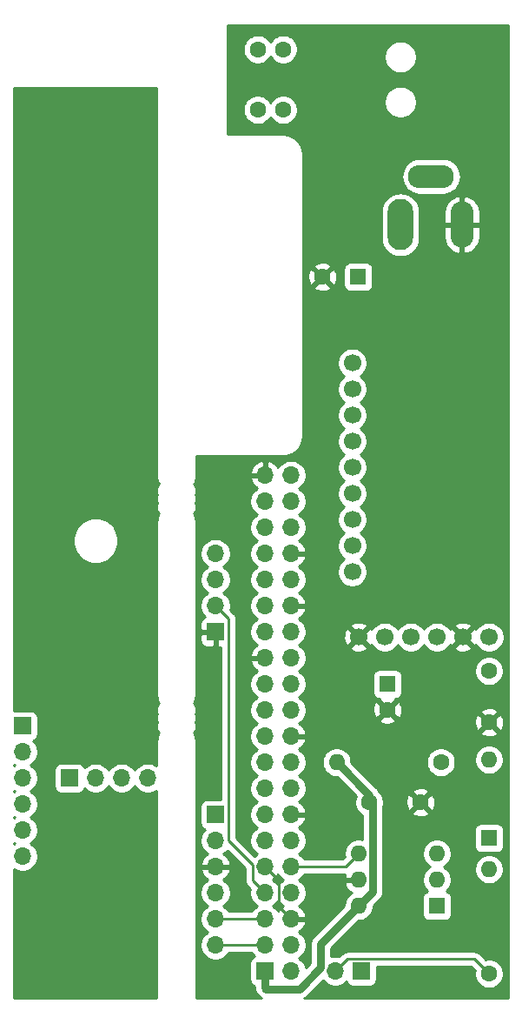
<source format=gbl>
%TF.GenerationSoftware,KiCad,Pcbnew,5.99.0+really5.1.9+dfsg1-1*%
%TF.CreationDate,2021-05-15T22:05:00+10:00*%
%TF.ProjectId,minisynth32,6d696e69-7379-46e7-9468-33322e6b6963,1.1*%
%TF.SameCoordinates,Original*%
%TF.FileFunction,Copper,L2,Bot*%
%TF.FilePolarity,Positive*%
%FSLAX46Y46*%
G04 Gerber Fmt 4.6, Leading zero omitted, Abs format (unit mm)*
G04 Created by KiCad (PCBNEW 5.99.0+really5.1.9+dfsg1-1) date 2021-05-15 22:05:00*
%MOMM*%
%LPD*%
G01*
G04 APERTURE LIST*
%TA.AperFunction,ComponentPad*%
%ADD10O,1.600000X1.600000*%
%TD*%
%TA.AperFunction,ComponentPad*%
%ADD11C,1.600000*%
%TD*%
%TA.AperFunction,ComponentPad*%
%ADD12R,1.600000X1.600000*%
%TD*%
%TA.AperFunction,ComponentPad*%
%ADD13O,1.700000X1.700000*%
%TD*%
%TA.AperFunction,ComponentPad*%
%ADD14R,1.700000X1.700000*%
%TD*%
%TA.AperFunction,ComponentPad*%
%ADD15C,1.600200*%
%TD*%
%TA.AperFunction,ComponentPad*%
%ADD16O,4.500000X2.250000*%
%TD*%
%TA.AperFunction,ComponentPad*%
%ADD17O,2.250000X4.500000*%
%TD*%
%TA.AperFunction,ComponentPad*%
%ADD18O,2.500000X5.000000*%
%TD*%
%TA.AperFunction,ComponentPad*%
%ADD19C,1.700000*%
%TD*%
%TA.AperFunction,Conductor*%
%ADD20C,0.250000*%
%TD*%
%TA.AperFunction,Conductor*%
%ADD21C,0.760000*%
%TD*%
%TA.AperFunction,NonConductor*%
%ADD22C,0.254000*%
%TD*%
%TA.AperFunction,NonConductor*%
%ADD23C,0.100000*%
%TD*%
%TA.AperFunction,Conductor*%
%ADD24C,0.254000*%
%TD*%
%TA.AperFunction,Conductor*%
%ADD25C,0.100000*%
%TD*%
G04 APERTURE END LIST*
D10*
%TO.P,R1,2*%
%TO.N,+3V3*%
X143891000Y-116332000D03*
D11*
%TO.P,R1,1*%
%TO.N,/GPIO15(RXD0)*%
X154051000Y-116332000D03*
%TD*%
D10*
%TO.P,R2,2*%
%TO.N,Net-(D1-Pad1)*%
X158750000Y-126746000D03*
D11*
%TO.P,R2,1*%
%TO.N,Net-(J5-Pad2)*%
X158750000Y-136906000D03*
%TD*%
%TO.P,C3,2*%
%TO.N,GND*%
X148844000Y-111212000D03*
D12*
%TO.P,C3,1*%
%TO.N,+5V*%
X148844000Y-108712000D03*
%TD*%
D13*
%TO.P,J7,4*%
%TO.N,Net-(J6-Pad6)*%
X125476000Y-117856000D03*
%TO.P,J7,3*%
%TO.N,Net-(J6-Pad5)*%
X122936000Y-117856000D03*
%TO.P,J7,2*%
%TO.N,Net-(J6-Pad4)*%
X120396000Y-117856000D03*
D14*
%TO.P,J7,1*%
%TO.N,Net-(J6-Pad3)*%
X117856000Y-117856000D03*
%TD*%
D15*
%TO.P,SW2,4*%
%TO.N,Net-(SW2-Pad4)*%
X138684000Y-46939200D03*
%TO.P,SW2,3*%
%TO.N,Net-(SW2-Pad3)*%
X136194800Y-46939200D03*
%TO.P,SW2,2*%
%TO.N,+5V*%
X138684000Y-52832000D03*
%TO.P,SW2,1*%
%TO.N,Net-(J3-Pad1)*%
X136194800Y-52832000D03*
%TD*%
D13*
%TO.P,J6,6*%
%TO.N,Net-(J6-Pad6)*%
X113284000Y-125476000D03*
%TO.P,J6,5*%
%TO.N,Net-(J6-Pad5)*%
X113284000Y-122936000D03*
%TO.P,J6,4*%
%TO.N,Net-(J6-Pad4)*%
X113284000Y-120396000D03*
%TO.P,J6,3*%
%TO.N,Net-(J6-Pad3)*%
X113284000Y-117856000D03*
%TO.P,J6,2*%
%TO.N,Net-(J6-Pad2)*%
X113284000Y-115316000D03*
D14*
%TO.P,J6,1*%
%TO.N,Net-(J6-Pad1)*%
X113284000Y-112776000D03*
%TD*%
D13*
%TO.P,J5,2*%
%TO.N,Net-(J5-Pad2)*%
X143764000Y-136652000D03*
D14*
%TO.P,J5,1*%
%TO.N,Net-(D1-Pad2)*%
X146304000Y-136652000D03*
%TD*%
D13*
%TO.P,J4,4*%
%TO.N,ENC_DAT*%
X132080000Y-96012000D03*
%TO.P,J4,3*%
%TO.N,ENC_CLK*%
X132080000Y-98552000D03*
%TO.P,J4,2*%
%TO.N,ENC_BTN*%
X132080000Y-101092000D03*
D14*
%TO.P,J4,1*%
%TO.N,GND*%
X132080000Y-103632000D03*
%TD*%
D16*
%TO.P,J3,3*%
%TO.N,Net-(J3-Pad3)*%
X153114000Y-59308000D03*
D17*
%TO.P,J3,2*%
%TO.N,GND*%
X156114000Y-64008000D03*
D18*
%TO.P,J3,1*%
%TO.N,Net-(J3-Pad1)*%
X150114000Y-64008000D03*
%TD*%
D13*
%TO.P,J1,6*%
%TO.N,I2C_SDA*%
X132080000Y-134112000D03*
%TO.P,J1,5*%
%TO.N,I2C_SCL*%
X132080000Y-131572000D03*
%TO.P,J1,4*%
%TO.N,+5V*%
X132080000Y-129032000D03*
%TO.P,J1,3*%
%TO.N,GND*%
X132080000Y-126492000D03*
%TO.P,J1,2*%
%TO.N,BTN1*%
X132080000Y-123952000D03*
D14*
%TO.P,J1,1*%
%TO.N,BTN2*%
X132080000Y-121412000D03*
%TD*%
D19*
%TO.P,A1,6*%
%TO.N,+5V*%
X158750000Y-104140000D03*
%TO.P,A1,5*%
%TO.N,GND*%
X156210000Y-104140000D03*
%TO.P,A1,4*%
%TO.N,I2S_LRCLK*%
X153670000Y-104140000D03*
%TO.P,A1,3*%
%TO.N,I2S_DATA*%
X151130000Y-104140000D03*
%TO.P,A1,2*%
%TO.N,I2S_BCLK*%
X148590000Y-104140000D03*
%TO.P,A1,1*%
%TO.N,GND*%
X146050000Y-104140000D03*
%TO.P,A1,7*%
%TO.N,Net-(A1-Pad7)*%
X145415000Y-77470000D03*
%TO.P,A1,8*%
%TO.N,Net-(A1-Pad8)*%
X145415000Y-80010000D03*
%TO.P,A1,9*%
%TO.N,Net-(A1-Pad9)*%
X145415000Y-82550000D03*
%TO.P,A1,10*%
%TO.N,Net-(A1-Pad10)*%
X145415000Y-85090000D03*
%TO.P,A1,11*%
%TO.N,Net-(A1-Pad11)*%
X145415000Y-87630000D03*
%TO.P,A1,12*%
%TO.N,Net-(A1-Pad12)*%
X145415000Y-90170000D03*
%TO.P,A1,13*%
%TO.N,Net-(A1-Pad13)*%
X145415000Y-92710000D03*
%TO.P,A1,14*%
%TO.N,Net-(A1-Pad14)*%
X145415000Y-95250000D03*
%TO.P,A1,15*%
%TO.N,Net-(A1-Pad15)*%
X145415000Y-97790000D03*
%TD*%
D10*
%TO.P,U1,6*%
%TO.N,+3V3*%
X146050000Y-130302000D03*
%TO.P,U1,3*%
%TO.N,Net-(U1-Pad3)*%
X153670000Y-125222000D03*
%TO.P,U1,5*%
%TO.N,GND*%
X146050000Y-127762000D03*
%TO.P,U1,2*%
%TO.N,Net-(D1-Pad2)*%
X153670000Y-127762000D03*
%TO.P,U1,4*%
%TO.N,/GPIO15(RXD0)*%
X146050000Y-125222000D03*
D12*
%TO.P,U1,1*%
%TO.N,Net-(D1-Pad1)*%
X153670000Y-130302000D03*
%TD*%
D13*
%TO.P,J2,40*%
%TO.N,I2S_DATA*%
X139446000Y-88392000D03*
%TO.P,J2,39*%
%TO.N,GND*%
X136906000Y-88392000D03*
%TO.P,J2,38*%
%TO.N,/GPIO20(SPI1_MOSI)*%
X139446000Y-90932000D03*
%TO.P,J2,37*%
%TO.N,/GPIO26*%
X136906000Y-90932000D03*
%TO.P,J2,36*%
%TO.N,/GPIO16*%
X139446000Y-93472000D03*
%TO.P,J2,35*%
%TO.N,I2S_LRCLK*%
X136906000Y-93472000D03*
%TO.P,J2,34*%
%TO.N,GND*%
X139446000Y-96012000D03*
%TO.P,J2,33*%
%TO.N,/GPIO13(PWM1)*%
X136906000Y-96012000D03*
%TO.P,J2,32*%
%TO.N,/GPIO12(PWM0)*%
X139446000Y-98552000D03*
%TO.P,J2,31*%
%TO.N,/GPIO6*%
X136906000Y-98552000D03*
%TO.P,J2,30*%
%TO.N,GND*%
X139446000Y-101092000D03*
%TO.P,J2,29*%
%TO.N,/GPIO5*%
X136906000Y-101092000D03*
%TO.P,J2,28*%
%TO.N,/ID_SC*%
X139446000Y-103632000D03*
%TO.P,J2,27*%
%TO.N,/ID_SD*%
X136906000Y-103632000D03*
%TO.P,J2,26*%
%TO.N,/GPIO7(SPI1_CE_N)*%
X139446000Y-106172000D03*
%TO.P,J2,25*%
%TO.N,GND*%
X136906000Y-106172000D03*
%TO.P,J2,24*%
%TO.N,/GPIO8(SPI0_CE_N)*%
X139446000Y-108712000D03*
%TO.P,J2,23*%
%TO.N,/GPIO11(SPI0_CLK)*%
X136906000Y-108712000D03*
%TO.P,J2,22*%
%TO.N,/GPIO25(GEN6)*%
X139446000Y-111252000D03*
%TO.P,J2,21*%
%TO.N,/GPIO9(SPI0_MISO)*%
X136906000Y-111252000D03*
%TO.P,J2,20*%
%TO.N,GND*%
X139446000Y-113792000D03*
%TO.P,J2,19*%
%TO.N,/GPIO10(SPI0_MOSI)*%
X136906000Y-113792000D03*
%TO.P,J2,18*%
%TO.N,/GPIO24(GEN5)*%
X139446000Y-116332000D03*
%TO.P,J2,17*%
%TO.N,Net-(J2-Pad17)*%
X136906000Y-116332000D03*
%TO.P,J2,16*%
%TO.N,ENC_DAT*%
X139446000Y-118872000D03*
%TO.P,J2,15*%
%TO.N,ENC_CLK*%
X136906000Y-118872000D03*
%TO.P,J2,14*%
%TO.N,GND*%
X139446000Y-121412000D03*
%TO.P,J2,13*%
%TO.N,BTN2*%
X136906000Y-121412000D03*
%TO.P,J2,12*%
%TO.N,I2S_BCLK*%
X139446000Y-123952000D03*
%TO.P,J2,11*%
%TO.N,BTN1*%
X136906000Y-123952000D03*
%TO.P,J2,10*%
%TO.N,/GPIO15(RXD0)*%
X139446000Y-126492000D03*
%TO.P,J2,9*%
%TO.N,GND*%
X136906000Y-126492000D03*
%TO.P,J2,8*%
%TO.N,/GPIO14(TXD0)*%
X139446000Y-129032000D03*
%TO.P,J2,7*%
%TO.N,ENC_BTN*%
X136906000Y-129032000D03*
%TO.P,J2,6*%
%TO.N,GND*%
X139446000Y-131572000D03*
%TO.P,J2,5*%
%TO.N,I2C_SCL*%
X136906000Y-131572000D03*
%TO.P,J2,4*%
%TO.N,+5V*%
X139446000Y-134112000D03*
%TO.P,J2,3*%
%TO.N,I2C_SDA*%
X136906000Y-134112000D03*
%TO.P,J2,2*%
%TO.N,+5V*%
X139446000Y-136652000D03*
D14*
%TO.P,J2,1*%
%TO.N,+3V3*%
X136906000Y-136652000D03*
%TD*%
D10*
%TO.P,D1,2*%
%TO.N,Net-(D1-Pad2)*%
X158750000Y-116078000D03*
D12*
%TO.P,D1,1*%
%TO.N,Net-(D1-Pad1)*%
X158750000Y-123698000D03*
%TD*%
D11*
%TO.P,C4,2*%
%TO.N,GND*%
X158750000Y-112442000D03*
%TO.P,C4,1*%
%TO.N,+5V*%
X158750000Y-107442000D03*
%TD*%
%TO.P,C2,2*%
%TO.N,GND*%
X152066000Y-120222000D03*
%TO.P,C2,1*%
%TO.N,+3V3*%
X147066000Y-120222000D03*
%TD*%
%TO.P,C1,2*%
%TO.N,GND*%
X142494000Y-69088000D03*
D12*
%TO.P,C1,1*%
%TO.N,+5V*%
X145994000Y-69088000D03*
%TD*%
D20*
%TO.N,GND*%
X138270999Y-130396999D02*
X138270999Y-127856999D01*
X138270999Y-127856999D02*
X136906000Y-126492000D01*
X139446000Y-131572000D02*
X138270999Y-130396999D01*
D21*
%TO.N,+3V3*%
X142333999Y-134018001D02*
X146050000Y-130302000D01*
X142333999Y-136324403D02*
X142333999Y-134018001D01*
X140276401Y-138382001D02*
X142333999Y-136324403D01*
X137026001Y-138382001D02*
X140276401Y-138382001D01*
X136906000Y-138262000D02*
X137026001Y-138382001D01*
X136906000Y-136652000D02*
X136906000Y-138262000D01*
X147430001Y-120586001D02*
X147066000Y-120222000D01*
X147430001Y-128921999D02*
X147430001Y-120586001D01*
X146050000Y-130302000D02*
X147430001Y-128921999D01*
X147066000Y-119507000D02*
X143891000Y-116332000D01*
X147066000Y-120222000D02*
X147066000Y-119507000D01*
D20*
%TO.N,I2C_SDA*%
X136906000Y-134366000D02*
X136906000Y-134112000D01*
X132080000Y-134112000D02*
X136906000Y-134112000D01*
%TO.N,I2C_SCL*%
X136906000Y-131826000D02*
X136906000Y-131572000D01*
X132080000Y-131572000D02*
X136906000Y-131572000D01*
%TO.N,/GPIO15(RXD0)*%
X144780000Y-126492000D02*
X146050000Y-125222000D01*
X139446000Y-126492000D02*
X144780000Y-126492000D01*
%TO.N,ENC_BTN*%
X135730999Y-126332999D02*
X133350000Y-123952000D01*
X135730999Y-127856999D02*
X135730999Y-126332999D01*
X136906000Y-129032000D02*
X135730999Y-127856999D01*
X133350000Y-102362000D02*
X132080000Y-101092000D01*
X133350000Y-123952000D02*
X133350000Y-102362000D01*
%TO.N,Net-(J5-Pad2)*%
X144939001Y-135476999D02*
X143764000Y-136652000D01*
X157320999Y-135476999D02*
X144939001Y-135476999D01*
X158750000Y-136906000D02*
X157320999Y-135476999D01*
%TD*%
D22*
X126340001Y-88267474D02*
X126337939Y-88288929D01*
X126338021Y-88298144D01*
X126341980Y-88547209D01*
X126348766Y-88606670D01*
X126354715Y-88666163D01*
X126356585Y-88675187D01*
X126408846Y-88918740D01*
X126427037Y-88975704D01*
X126444444Y-89032959D01*
X126448032Y-89041447D01*
X126540462Y-89255959D01*
X126482576Y-89313845D01*
X126385723Y-89458795D01*
X126319010Y-89619855D01*
X126285000Y-89790835D01*
X126285000Y-89965165D01*
X126319010Y-90136145D01*
X126377768Y-90278000D01*
X126319010Y-90419855D01*
X126285000Y-90590835D01*
X126285000Y-90765165D01*
X126319010Y-90936145D01*
X126377768Y-91078000D01*
X126319010Y-91219855D01*
X126285000Y-91390835D01*
X126285000Y-91565165D01*
X126319010Y-91736145D01*
X126385723Y-91897205D01*
X126482576Y-92042155D01*
X126546937Y-92106516D01*
X126513081Y-92170191D01*
X126490298Y-92225468D01*
X126466721Y-92280475D01*
X126463997Y-92289278D01*
X126392357Y-92526559D01*
X126380736Y-92585246D01*
X126368300Y-92643752D01*
X126367337Y-92652917D01*
X126343150Y-92899595D01*
X126343150Y-92899608D01*
X126340001Y-92931581D01*
X126340000Y-109760418D01*
X126343274Y-109793660D01*
X126343274Y-109810137D01*
X126344237Y-109819302D01*
X126371866Y-110065618D01*
X126384297Y-110124098D01*
X126395921Y-110182808D01*
X126398647Y-110191611D01*
X126473592Y-110427869D01*
X126497146Y-110482824D01*
X126519953Y-110538158D01*
X126524336Y-110546264D01*
X126546266Y-110586155D01*
X126482576Y-110649845D01*
X126385723Y-110794795D01*
X126319010Y-110955855D01*
X126285000Y-111126835D01*
X126285000Y-111301165D01*
X126319010Y-111472145D01*
X126377768Y-111614000D01*
X126319010Y-111755855D01*
X126285000Y-111926835D01*
X126285000Y-112101165D01*
X126319010Y-112272145D01*
X126377768Y-112414000D01*
X126319010Y-112555855D01*
X126285000Y-112726835D01*
X126285000Y-112901165D01*
X126319010Y-113072145D01*
X126385723Y-113233205D01*
X126482576Y-113378155D01*
X126546937Y-113442516D01*
X126513081Y-113506191D01*
X126490298Y-113561468D01*
X126466721Y-113616475D01*
X126463997Y-113625278D01*
X126392357Y-113862559D01*
X126380736Y-113921246D01*
X126368300Y-113979752D01*
X126367337Y-113988917D01*
X126343150Y-114235595D01*
X126343150Y-114235608D01*
X126340001Y-114267581D01*
X126340001Y-116647313D01*
X126179411Y-116540010D01*
X125909158Y-116428068D01*
X125622260Y-116371000D01*
X125329740Y-116371000D01*
X125042842Y-116428068D01*
X124772589Y-116540010D01*
X124529368Y-116702525D01*
X124322525Y-116909368D01*
X124206000Y-117083760D01*
X124089475Y-116909368D01*
X123882632Y-116702525D01*
X123639411Y-116540010D01*
X123369158Y-116428068D01*
X123082260Y-116371000D01*
X122789740Y-116371000D01*
X122502842Y-116428068D01*
X122232589Y-116540010D01*
X121989368Y-116702525D01*
X121782525Y-116909368D01*
X121666000Y-117083760D01*
X121549475Y-116909368D01*
X121342632Y-116702525D01*
X121099411Y-116540010D01*
X120829158Y-116428068D01*
X120542260Y-116371000D01*
X120249740Y-116371000D01*
X119962842Y-116428068D01*
X119692589Y-116540010D01*
X119449368Y-116702525D01*
X119317513Y-116834380D01*
X119295502Y-116761820D01*
X119236537Y-116651506D01*
X119157185Y-116554815D01*
X119060494Y-116475463D01*
X118950180Y-116416498D01*
X118830482Y-116380188D01*
X118706000Y-116367928D01*
X117006000Y-116367928D01*
X116881518Y-116380188D01*
X116761820Y-116416498D01*
X116651506Y-116475463D01*
X116554815Y-116554815D01*
X116475463Y-116651506D01*
X116416498Y-116761820D01*
X116380188Y-116881518D01*
X116367928Y-117006000D01*
X116367928Y-118706000D01*
X116380188Y-118830482D01*
X116416498Y-118950180D01*
X116475463Y-119060494D01*
X116554815Y-119157185D01*
X116651506Y-119236537D01*
X116761820Y-119295502D01*
X116881518Y-119331812D01*
X117006000Y-119344072D01*
X118706000Y-119344072D01*
X118830482Y-119331812D01*
X118950180Y-119295502D01*
X119060494Y-119236537D01*
X119157185Y-119157185D01*
X119236537Y-119060494D01*
X119295502Y-118950180D01*
X119317513Y-118877620D01*
X119449368Y-119009475D01*
X119692589Y-119171990D01*
X119962842Y-119283932D01*
X120249740Y-119341000D01*
X120542260Y-119341000D01*
X120829158Y-119283932D01*
X121099411Y-119171990D01*
X121342632Y-119009475D01*
X121549475Y-118802632D01*
X121666000Y-118628240D01*
X121782525Y-118802632D01*
X121989368Y-119009475D01*
X122232589Y-119171990D01*
X122502842Y-119283932D01*
X122789740Y-119341000D01*
X123082260Y-119341000D01*
X123369158Y-119283932D01*
X123639411Y-119171990D01*
X123882632Y-119009475D01*
X124089475Y-118802632D01*
X124206000Y-118628240D01*
X124322525Y-118802632D01*
X124529368Y-119009475D01*
X124772589Y-119171990D01*
X125042842Y-119283932D01*
X125329740Y-119341000D01*
X125622260Y-119341000D01*
X125909158Y-119283932D01*
X126179411Y-119171990D01*
X126340001Y-119064687D01*
X126340000Y-139294000D01*
X112420000Y-139294000D01*
X112420000Y-126684688D01*
X112580589Y-126791990D01*
X112850842Y-126903932D01*
X113137740Y-126961000D01*
X113430260Y-126961000D01*
X113717158Y-126903932D01*
X113987411Y-126791990D01*
X114230632Y-126629475D01*
X114437475Y-126422632D01*
X114599990Y-126179411D01*
X114711932Y-125909158D01*
X114769000Y-125622260D01*
X114769000Y-125329740D01*
X114711932Y-125042842D01*
X114599990Y-124772589D01*
X114437475Y-124529368D01*
X114230632Y-124322525D01*
X114056240Y-124206000D01*
X114230632Y-124089475D01*
X114437475Y-123882632D01*
X114599990Y-123639411D01*
X114711932Y-123369158D01*
X114769000Y-123082260D01*
X114769000Y-122789740D01*
X114711932Y-122502842D01*
X114599990Y-122232589D01*
X114437475Y-121989368D01*
X114230632Y-121782525D01*
X114056240Y-121666000D01*
X114230632Y-121549475D01*
X114437475Y-121342632D01*
X114599990Y-121099411D01*
X114711932Y-120829158D01*
X114769000Y-120542260D01*
X114769000Y-120249740D01*
X114711932Y-119962842D01*
X114599990Y-119692589D01*
X114437475Y-119449368D01*
X114230632Y-119242525D01*
X114056240Y-119126000D01*
X114230632Y-119009475D01*
X114437475Y-118802632D01*
X114599990Y-118559411D01*
X114711932Y-118289158D01*
X114769000Y-118002260D01*
X114769000Y-117709740D01*
X114711932Y-117422842D01*
X114599990Y-117152589D01*
X114437475Y-116909368D01*
X114230632Y-116702525D01*
X114056240Y-116586000D01*
X114230632Y-116469475D01*
X114437475Y-116262632D01*
X114599990Y-116019411D01*
X114711932Y-115749158D01*
X114769000Y-115462260D01*
X114769000Y-115169740D01*
X114711932Y-114882842D01*
X114599990Y-114612589D01*
X114437475Y-114369368D01*
X114305620Y-114237513D01*
X114378180Y-114215502D01*
X114488494Y-114156537D01*
X114585185Y-114077185D01*
X114664537Y-113980494D01*
X114723502Y-113870180D01*
X114759812Y-113750482D01*
X114772072Y-113626000D01*
X114772072Y-111926000D01*
X114759812Y-111801518D01*
X114723502Y-111681820D01*
X114664537Y-111571506D01*
X114585185Y-111474815D01*
X114488494Y-111395463D01*
X114378180Y-111336498D01*
X114258482Y-111300188D01*
X114134000Y-111287928D01*
X112434000Y-111287928D01*
X112420000Y-111289307D01*
X112420000Y-94521872D01*
X118161000Y-94521872D01*
X118161000Y-94962128D01*
X118246890Y-95393925D01*
X118415369Y-95800669D01*
X118659962Y-96166729D01*
X118971271Y-96478038D01*
X119337331Y-96722631D01*
X119744075Y-96891110D01*
X120175872Y-96977000D01*
X120616128Y-96977000D01*
X121047925Y-96891110D01*
X121454669Y-96722631D01*
X121820729Y-96478038D01*
X122132038Y-96166729D01*
X122376631Y-95800669D01*
X122545110Y-95393925D01*
X122631000Y-94962128D01*
X122631000Y-94521872D01*
X122545110Y-94090075D01*
X122376631Y-93683331D01*
X122132038Y-93317271D01*
X121820729Y-93005962D01*
X121454669Y-92761369D01*
X121047925Y-92592890D01*
X120616128Y-92507000D01*
X120175872Y-92507000D01*
X119744075Y-92592890D01*
X119337331Y-92761369D01*
X118971271Y-93005962D01*
X118659962Y-93317271D01*
X118415369Y-93683331D01*
X118246890Y-94090075D01*
X118161000Y-94521872D01*
X112420000Y-94521872D01*
X112420000Y-50698000D01*
X126340000Y-50698000D01*
X126340001Y-88267474D01*
%TA.AperFunction,NonConductor*%
D23*
G36*
X126340001Y-88267474D02*
G01*
X126337939Y-88288929D01*
X126338021Y-88298144D01*
X126341980Y-88547209D01*
X126348766Y-88606670D01*
X126354715Y-88666163D01*
X126356585Y-88675187D01*
X126408846Y-88918740D01*
X126427037Y-88975704D01*
X126444444Y-89032959D01*
X126448032Y-89041447D01*
X126540462Y-89255959D01*
X126482576Y-89313845D01*
X126385723Y-89458795D01*
X126319010Y-89619855D01*
X126285000Y-89790835D01*
X126285000Y-89965165D01*
X126319010Y-90136145D01*
X126377768Y-90278000D01*
X126319010Y-90419855D01*
X126285000Y-90590835D01*
X126285000Y-90765165D01*
X126319010Y-90936145D01*
X126377768Y-91078000D01*
X126319010Y-91219855D01*
X126285000Y-91390835D01*
X126285000Y-91565165D01*
X126319010Y-91736145D01*
X126385723Y-91897205D01*
X126482576Y-92042155D01*
X126546937Y-92106516D01*
X126513081Y-92170191D01*
X126490298Y-92225468D01*
X126466721Y-92280475D01*
X126463997Y-92289278D01*
X126392357Y-92526559D01*
X126380736Y-92585246D01*
X126368300Y-92643752D01*
X126367337Y-92652917D01*
X126343150Y-92899595D01*
X126343150Y-92899608D01*
X126340001Y-92931581D01*
X126340000Y-109760418D01*
X126343274Y-109793660D01*
X126343274Y-109810137D01*
X126344237Y-109819302D01*
X126371866Y-110065618D01*
X126384297Y-110124098D01*
X126395921Y-110182808D01*
X126398647Y-110191611D01*
X126473592Y-110427869D01*
X126497146Y-110482824D01*
X126519953Y-110538158D01*
X126524336Y-110546264D01*
X126546266Y-110586155D01*
X126482576Y-110649845D01*
X126385723Y-110794795D01*
X126319010Y-110955855D01*
X126285000Y-111126835D01*
X126285000Y-111301165D01*
X126319010Y-111472145D01*
X126377768Y-111614000D01*
X126319010Y-111755855D01*
X126285000Y-111926835D01*
X126285000Y-112101165D01*
X126319010Y-112272145D01*
X126377768Y-112414000D01*
X126319010Y-112555855D01*
X126285000Y-112726835D01*
X126285000Y-112901165D01*
X126319010Y-113072145D01*
X126385723Y-113233205D01*
X126482576Y-113378155D01*
X126546937Y-113442516D01*
X126513081Y-113506191D01*
X126490298Y-113561468D01*
X126466721Y-113616475D01*
X126463997Y-113625278D01*
X126392357Y-113862559D01*
X126380736Y-113921246D01*
X126368300Y-113979752D01*
X126367337Y-113988917D01*
X126343150Y-114235595D01*
X126343150Y-114235608D01*
X126340001Y-114267581D01*
X126340001Y-116647313D01*
X126179411Y-116540010D01*
X125909158Y-116428068D01*
X125622260Y-116371000D01*
X125329740Y-116371000D01*
X125042842Y-116428068D01*
X124772589Y-116540010D01*
X124529368Y-116702525D01*
X124322525Y-116909368D01*
X124206000Y-117083760D01*
X124089475Y-116909368D01*
X123882632Y-116702525D01*
X123639411Y-116540010D01*
X123369158Y-116428068D01*
X123082260Y-116371000D01*
X122789740Y-116371000D01*
X122502842Y-116428068D01*
X122232589Y-116540010D01*
X121989368Y-116702525D01*
X121782525Y-116909368D01*
X121666000Y-117083760D01*
X121549475Y-116909368D01*
X121342632Y-116702525D01*
X121099411Y-116540010D01*
X120829158Y-116428068D01*
X120542260Y-116371000D01*
X120249740Y-116371000D01*
X119962842Y-116428068D01*
X119692589Y-116540010D01*
X119449368Y-116702525D01*
X119317513Y-116834380D01*
X119295502Y-116761820D01*
X119236537Y-116651506D01*
X119157185Y-116554815D01*
X119060494Y-116475463D01*
X118950180Y-116416498D01*
X118830482Y-116380188D01*
X118706000Y-116367928D01*
X117006000Y-116367928D01*
X116881518Y-116380188D01*
X116761820Y-116416498D01*
X116651506Y-116475463D01*
X116554815Y-116554815D01*
X116475463Y-116651506D01*
X116416498Y-116761820D01*
X116380188Y-116881518D01*
X116367928Y-117006000D01*
X116367928Y-118706000D01*
X116380188Y-118830482D01*
X116416498Y-118950180D01*
X116475463Y-119060494D01*
X116554815Y-119157185D01*
X116651506Y-119236537D01*
X116761820Y-119295502D01*
X116881518Y-119331812D01*
X117006000Y-119344072D01*
X118706000Y-119344072D01*
X118830482Y-119331812D01*
X118950180Y-119295502D01*
X119060494Y-119236537D01*
X119157185Y-119157185D01*
X119236537Y-119060494D01*
X119295502Y-118950180D01*
X119317513Y-118877620D01*
X119449368Y-119009475D01*
X119692589Y-119171990D01*
X119962842Y-119283932D01*
X120249740Y-119341000D01*
X120542260Y-119341000D01*
X120829158Y-119283932D01*
X121099411Y-119171990D01*
X121342632Y-119009475D01*
X121549475Y-118802632D01*
X121666000Y-118628240D01*
X121782525Y-118802632D01*
X121989368Y-119009475D01*
X122232589Y-119171990D01*
X122502842Y-119283932D01*
X122789740Y-119341000D01*
X123082260Y-119341000D01*
X123369158Y-119283932D01*
X123639411Y-119171990D01*
X123882632Y-119009475D01*
X124089475Y-118802632D01*
X124206000Y-118628240D01*
X124322525Y-118802632D01*
X124529368Y-119009475D01*
X124772589Y-119171990D01*
X125042842Y-119283932D01*
X125329740Y-119341000D01*
X125622260Y-119341000D01*
X125909158Y-119283932D01*
X126179411Y-119171990D01*
X126340001Y-119064687D01*
X126340000Y-139294000D01*
X112420000Y-139294000D01*
X112420000Y-126684688D01*
X112580589Y-126791990D01*
X112850842Y-126903932D01*
X113137740Y-126961000D01*
X113430260Y-126961000D01*
X113717158Y-126903932D01*
X113987411Y-126791990D01*
X114230632Y-126629475D01*
X114437475Y-126422632D01*
X114599990Y-126179411D01*
X114711932Y-125909158D01*
X114769000Y-125622260D01*
X114769000Y-125329740D01*
X114711932Y-125042842D01*
X114599990Y-124772589D01*
X114437475Y-124529368D01*
X114230632Y-124322525D01*
X114056240Y-124206000D01*
X114230632Y-124089475D01*
X114437475Y-123882632D01*
X114599990Y-123639411D01*
X114711932Y-123369158D01*
X114769000Y-123082260D01*
X114769000Y-122789740D01*
X114711932Y-122502842D01*
X114599990Y-122232589D01*
X114437475Y-121989368D01*
X114230632Y-121782525D01*
X114056240Y-121666000D01*
X114230632Y-121549475D01*
X114437475Y-121342632D01*
X114599990Y-121099411D01*
X114711932Y-120829158D01*
X114769000Y-120542260D01*
X114769000Y-120249740D01*
X114711932Y-119962842D01*
X114599990Y-119692589D01*
X114437475Y-119449368D01*
X114230632Y-119242525D01*
X114056240Y-119126000D01*
X114230632Y-119009475D01*
X114437475Y-118802632D01*
X114599990Y-118559411D01*
X114711932Y-118289158D01*
X114769000Y-118002260D01*
X114769000Y-117709740D01*
X114711932Y-117422842D01*
X114599990Y-117152589D01*
X114437475Y-116909368D01*
X114230632Y-116702525D01*
X114056240Y-116586000D01*
X114230632Y-116469475D01*
X114437475Y-116262632D01*
X114599990Y-116019411D01*
X114711932Y-115749158D01*
X114769000Y-115462260D01*
X114769000Y-115169740D01*
X114711932Y-114882842D01*
X114599990Y-114612589D01*
X114437475Y-114369368D01*
X114305620Y-114237513D01*
X114378180Y-114215502D01*
X114488494Y-114156537D01*
X114585185Y-114077185D01*
X114664537Y-113980494D01*
X114723502Y-113870180D01*
X114759812Y-113750482D01*
X114772072Y-113626000D01*
X114772072Y-111926000D01*
X114759812Y-111801518D01*
X114723502Y-111681820D01*
X114664537Y-111571506D01*
X114585185Y-111474815D01*
X114488494Y-111395463D01*
X114378180Y-111336498D01*
X114258482Y-111300188D01*
X114134000Y-111287928D01*
X112434000Y-111287928D01*
X112420000Y-111289307D01*
X112420000Y-94521872D01*
X118161000Y-94521872D01*
X118161000Y-94962128D01*
X118246890Y-95393925D01*
X118415369Y-95800669D01*
X118659962Y-96166729D01*
X118971271Y-96478038D01*
X119337331Y-96722631D01*
X119744075Y-96891110D01*
X120175872Y-96977000D01*
X120616128Y-96977000D01*
X121047925Y-96891110D01*
X121454669Y-96722631D01*
X121820729Y-96478038D01*
X122132038Y-96166729D01*
X122376631Y-95800669D01*
X122545110Y-95393925D01*
X122631000Y-94962128D01*
X122631000Y-94521872D01*
X122545110Y-94090075D01*
X122376631Y-93683331D01*
X122132038Y-93317271D01*
X121820729Y-93005962D01*
X121454669Y-92761369D01*
X121047925Y-92592890D01*
X120616128Y-92507000D01*
X120175872Y-92507000D01*
X119744075Y-92592890D01*
X119337331Y-92761369D01*
X118971271Y-93005962D01*
X118659962Y-93317271D01*
X118415369Y-93683331D01*
X118246890Y-94090075D01*
X118161000Y-94521872D01*
X112420000Y-94521872D01*
X112420000Y-50698000D01*
X126340000Y-50698000D01*
X126340001Y-88267474D01*
G37*
%TD.AperFunction*%
D22*
X112511760Y-124206000D02*
X112420000Y-124267312D01*
X112420000Y-124144688D01*
X112511760Y-124206000D01*
%TA.AperFunction,NonConductor*%
D23*
G36*
X112511760Y-124206000D02*
G01*
X112420000Y-124267312D01*
X112420000Y-124144688D01*
X112511760Y-124206000D01*
G37*
%TD.AperFunction*%
D22*
X112511760Y-121666000D02*
X112420000Y-121727312D01*
X112420000Y-121604688D01*
X112511760Y-121666000D01*
%TA.AperFunction,NonConductor*%
D23*
G36*
X112511760Y-121666000D02*
G01*
X112420000Y-121727312D01*
X112420000Y-121604688D01*
X112511760Y-121666000D01*
G37*
%TD.AperFunction*%
D22*
X112511760Y-119126000D02*
X112420000Y-119187312D01*
X112420000Y-119064688D01*
X112511760Y-119126000D01*
%TA.AperFunction,NonConductor*%
D23*
G36*
X112511760Y-119126000D02*
G01*
X112420000Y-119187312D01*
X112420000Y-119064688D01*
X112511760Y-119126000D01*
G37*
%TD.AperFunction*%
D22*
X112511760Y-116586000D02*
X112420000Y-116647312D01*
X112420000Y-116524688D01*
X112511760Y-116586000D01*
%TA.AperFunction,NonConductor*%
D23*
G36*
X112511760Y-116586000D02*
G01*
X112420000Y-116647312D01*
X112420000Y-116524688D01*
X112511760Y-116586000D01*
G37*
%TD.AperFunction*%
D24*
%TO.N,GND*%
X160630000Y-139294000D02*
X140723346Y-139294000D01*
X140843033Y-139230026D01*
X140997587Y-139103187D01*
X141029380Y-139064447D01*
X142564331Y-137529497D01*
X142610525Y-137598632D01*
X142817368Y-137805475D01*
X143060589Y-137967990D01*
X143330842Y-138079932D01*
X143617740Y-138137000D01*
X143910260Y-138137000D01*
X144197158Y-138079932D01*
X144467411Y-137967990D01*
X144710632Y-137805475D01*
X144842487Y-137673620D01*
X144864498Y-137746180D01*
X144923463Y-137856494D01*
X145002815Y-137953185D01*
X145099506Y-138032537D01*
X145209820Y-138091502D01*
X145329518Y-138127812D01*
X145454000Y-138140072D01*
X147154000Y-138140072D01*
X147278482Y-138127812D01*
X147398180Y-138091502D01*
X147508494Y-138032537D01*
X147605185Y-137953185D01*
X147684537Y-137856494D01*
X147743502Y-137746180D01*
X147779812Y-137626482D01*
X147792072Y-137502000D01*
X147792072Y-136236999D01*
X157006198Y-136236999D01*
X157351312Y-136582114D01*
X157315000Y-136764665D01*
X157315000Y-137047335D01*
X157370147Y-137324574D01*
X157478320Y-137585727D01*
X157635363Y-137820759D01*
X157835241Y-138020637D01*
X158070273Y-138177680D01*
X158331426Y-138285853D01*
X158608665Y-138341000D01*
X158891335Y-138341000D01*
X159168574Y-138285853D01*
X159429727Y-138177680D01*
X159664759Y-138020637D01*
X159864637Y-137820759D01*
X160021680Y-137585727D01*
X160129853Y-137324574D01*
X160185000Y-137047335D01*
X160185000Y-136764665D01*
X160129853Y-136487426D01*
X160021680Y-136226273D01*
X159864637Y-135991241D01*
X159664759Y-135791363D01*
X159429727Y-135634320D01*
X159168574Y-135526147D01*
X158891335Y-135471000D01*
X158608665Y-135471000D01*
X158426114Y-135507312D01*
X157884803Y-134966002D01*
X157861000Y-134936998D01*
X157745275Y-134842025D01*
X157613246Y-134771453D01*
X157469985Y-134727996D01*
X157358332Y-134716999D01*
X157358321Y-134716999D01*
X157320999Y-134713323D01*
X157283677Y-134716999D01*
X144976323Y-134716999D01*
X144939000Y-134713323D01*
X144901677Y-134716999D01*
X144901668Y-134716999D01*
X144790015Y-134727996D01*
X144646754Y-134771453D01*
X144514725Y-134842025D01*
X144399000Y-134936998D01*
X144375202Y-134965996D01*
X144130408Y-135210790D01*
X143910260Y-135167000D01*
X143617740Y-135167000D01*
X143348999Y-135220456D01*
X143348999Y-134438426D01*
X146050426Y-131737000D01*
X146191335Y-131737000D01*
X146468574Y-131681853D01*
X146729727Y-131573680D01*
X146964759Y-131416637D01*
X147164637Y-131216759D01*
X147321680Y-130981727D01*
X147429853Y-130720574D01*
X147485000Y-130443335D01*
X147485000Y-130302426D01*
X148112457Y-129674970D01*
X148151187Y-129643185D01*
X148228459Y-129549029D01*
X148267055Y-129502000D01*
X152231928Y-129502000D01*
X152231928Y-131102000D01*
X152244188Y-131226482D01*
X152280498Y-131346180D01*
X152339463Y-131456494D01*
X152418815Y-131553185D01*
X152515506Y-131632537D01*
X152625820Y-131691502D01*
X152745518Y-131727812D01*
X152870000Y-131740072D01*
X154470000Y-131740072D01*
X154594482Y-131727812D01*
X154714180Y-131691502D01*
X154824494Y-131632537D01*
X154921185Y-131553185D01*
X155000537Y-131456494D01*
X155059502Y-131346180D01*
X155095812Y-131226482D01*
X155108072Y-131102000D01*
X155108072Y-129502000D01*
X155095812Y-129377518D01*
X155059502Y-129257820D01*
X155000537Y-129147506D01*
X154921185Y-129050815D01*
X154824494Y-128971463D01*
X154714180Y-128912498D01*
X154594482Y-128876188D01*
X154586039Y-128875357D01*
X154784637Y-128676759D01*
X154941680Y-128441727D01*
X155049853Y-128180574D01*
X155105000Y-127903335D01*
X155105000Y-127620665D01*
X155049853Y-127343426D01*
X154941680Y-127082273D01*
X154784637Y-126847241D01*
X154584759Y-126647363D01*
X154520857Y-126604665D01*
X157315000Y-126604665D01*
X157315000Y-126887335D01*
X157370147Y-127164574D01*
X157478320Y-127425727D01*
X157635363Y-127660759D01*
X157835241Y-127860637D01*
X158070273Y-128017680D01*
X158331426Y-128125853D01*
X158608665Y-128181000D01*
X158891335Y-128181000D01*
X159168574Y-128125853D01*
X159429727Y-128017680D01*
X159664759Y-127860637D01*
X159864637Y-127660759D01*
X160021680Y-127425727D01*
X160129853Y-127164574D01*
X160185000Y-126887335D01*
X160185000Y-126604665D01*
X160129853Y-126327426D01*
X160021680Y-126066273D01*
X159864637Y-125831241D01*
X159664759Y-125631363D01*
X159429727Y-125474320D01*
X159168574Y-125366147D01*
X158891335Y-125311000D01*
X158608665Y-125311000D01*
X158331426Y-125366147D01*
X158070273Y-125474320D01*
X157835241Y-125631363D01*
X157635363Y-125831241D01*
X157478320Y-126066273D01*
X157370147Y-126327426D01*
X157315000Y-126604665D01*
X154520857Y-126604665D01*
X154352241Y-126492000D01*
X154584759Y-126336637D01*
X154784637Y-126136759D01*
X154941680Y-125901727D01*
X155049853Y-125640574D01*
X155105000Y-125363335D01*
X155105000Y-125080665D01*
X155049853Y-124803426D01*
X154941680Y-124542273D01*
X154784637Y-124307241D01*
X154584759Y-124107363D01*
X154349727Y-123950320D01*
X154088574Y-123842147D01*
X153811335Y-123787000D01*
X153528665Y-123787000D01*
X153251426Y-123842147D01*
X152990273Y-123950320D01*
X152755241Y-124107363D01*
X152555363Y-124307241D01*
X152398320Y-124542273D01*
X152290147Y-124803426D01*
X152235000Y-125080665D01*
X152235000Y-125363335D01*
X152290147Y-125640574D01*
X152398320Y-125901727D01*
X152555363Y-126136759D01*
X152755241Y-126336637D01*
X152987759Y-126492000D01*
X152755241Y-126647363D01*
X152555363Y-126847241D01*
X152398320Y-127082273D01*
X152290147Y-127343426D01*
X152235000Y-127620665D01*
X152235000Y-127903335D01*
X152290147Y-128180574D01*
X152398320Y-128441727D01*
X152555363Y-128676759D01*
X152753961Y-128875357D01*
X152745518Y-128876188D01*
X152625820Y-128912498D01*
X152515506Y-128971463D01*
X152418815Y-129050815D01*
X152339463Y-129147506D01*
X152280498Y-129257820D01*
X152244188Y-129377518D01*
X152231928Y-129502000D01*
X148267055Y-129502000D01*
X148278026Y-129488632D01*
X148346927Y-129359726D01*
X148372276Y-129312302D01*
X148430315Y-129120974D01*
X148445001Y-128971862D01*
X148445001Y-128971853D01*
X148449911Y-128922000D01*
X148445001Y-128872147D01*
X148445001Y-122898000D01*
X157311928Y-122898000D01*
X157311928Y-124498000D01*
X157324188Y-124622482D01*
X157360498Y-124742180D01*
X157419463Y-124852494D01*
X157498815Y-124949185D01*
X157595506Y-125028537D01*
X157705820Y-125087502D01*
X157825518Y-125123812D01*
X157950000Y-125136072D01*
X159550000Y-125136072D01*
X159674482Y-125123812D01*
X159794180Y-125087502D01*
X159904494Y-125028537D01*
X160001185Y-124949185D01*
X160080537Y-124852494D01*
X160139502Y-124742180D01*
X160175812Y-124622482D01*
X160188072Y-124498000D01*
X160188072Y-122898000D01*
X160175812Y-122773518D01*
X160139502Y-122653820D01*
X160080537Y-122543506D01*
X160001185Y-122446815D01*
X159904494Y-122367463D01*
X159794180Y-122308498D01*
X159674482Y-122272188D01*
X159550000Y-122259928D01*
X157950000Y-122259928D01*
X157825518Y-122272188D01*
X157705820Y-122308498D01*
X157595506Y-122367463D01*
X157498815Y-122446815D01*
X157419463Y-122543506D01*
X157360498Y-122653820D01*
X157324188Y-122773518D01*
X157311928Y-122898000D01*
X148445001Y-122898000D01*
X148445001Y-121214702D01*
X151252903Y-121214702D01*
X151324486Y-121458671D01*
X151579996Y-121579571D01*
X151854184Y-121648300D01*
X152136512Y-121662217D01*
X152416130Y-121620787D01*
X152682292Y-121525603D01*
X152807514Y-121458671D01*
X152879097Y-121214702D01*
X152066000Y-120401605D01*
X151252903Y-121214702D01*
X148445001Y-121214702D01*
X148445001Y-120642631D01*
X148445853Y-120640574D01*
X148501000Y-120363335D01*
X148501000Y-120292512D01*
X150625783Y-120292512D01*
X150667213Y-120572130D01*
X150762397Y-120838292D01*
X150829329Y-120963514D01*
X151073298Y-121035097D01*
X151886395Y-120222000D01*
X152245605Y-120222000D01*
X153058702Y-121035097D01*
X153302671Y-120963514D01*
X153423571Y-120708004D01*
X153492300Y-120433816D01*
X153506217Y-120151488D01*
X153464787Y-119871870D01*
X153369603Y-119605708D01*
X153302671Y-119480486D01*
X153058702Y-119408903D01*
X152245605Y-120222000D01*
X151886395Y-120222000D01*
X151073298Y-119408903D01*
X150829329Y-119480486D01*
X150708429Y-119735996D01*
X150639700Y-120010184D01*
X150625783Y-120292512D01*
X148501000Y-120292512D01*
X148501000Y-120080665D01*
X148445853Y-119803426D01*
X148337680Y-119542273D01*
X148180637Y-119307241D01*
X148102694Y-119229298D01*
X151252903Y-119229298D01*
X152066000Y-120042395D01*
X152879097Y-119229298D01*
X152807514Y-118985329D01*
X152552004Y-118864429D01*
X152277816Y-118795700D01*
X151995488Y-118781783D01*
X151715870Y-118823213D01*
X151449708Y-118918397D01*
X151324486Y-118985329D01*
X151252903Y-119229298D01*
X148102694Y-119229298D01*
X148016192Y-119142796D01*
X148008275Y-119116697D01*
X147938057Y-118985329D01*
X147914025Y-118940367D01*
X147861436Y-118876287D01*
X147787186Y-118785814D01*
X147748451Y-118754025D01*
X145326000Y-116331575D01*
X145326000Y-116190665D01*
X152616000Y-116190665D01*
X152616000Y-116473335D01*
X152671147Y-116750574D01*
X152779320Y-117011727D01*
X152936363Y-117246759D01*
X153136241Y-117446637D01*
X153371273Y-117603680D01*
X153632426Y-117711853D01*
X153909665Y-117767000D01*
X154192335Y-117767000D01*
X154469574Y-117711853D01*
X154730727Y-117603680D01*
X154965759Y-117446637D01*
X155165637Y-117246759D01*
X155322680Y-117011727D01*
X155430853Y-116750574D01*
X155486000Y-116473335D01*
X155486000Y-116190665D01*
X155435476Y-115936665D01*
X157315000Y-115936665D01*
X157315000Y-116219335D01*
X157370147Y-116496574D01*
X157478320Y-116757727D01*
X157635363Y-116992759D01*
X157835241Y-117192637D01*
X158070273Y-117349680D01*
X158331426Y-117457853D01*
X158608665Y-117513000D01*
X158891335Y-117513000D01*
X159168574Y-117457853D01*
X159429727Y-117349680D01*
X159664759Y-117192637D01*
X159864637Y-116992759D01*
X160021680Y-116757727D01*
X160129853Y-116496574D01*
X160185000Y-116219335D01*
X160185000Y-115936665D01*
X160129853Y-115659426D01*
X160021680Y-115398273D01*
X159864637Y-115163241D01*
X159664759Y-114963363D01*
X159429727Y-114806320D01*
X159168574Y-114698147D01*
X158891335Y-114643000D01*
X158608665Y-114643000D01*
X158331426Y-114698147D01*
X158070273Y-114806320D01*
X157835241Y-114963363D01*
X157635363Y-115163241D01*
X157478320Y-115398273D01*
X157370147Y-115659426D01*
X157315000Y-115936665D01*
X155435476Y-115936665D01*
X155430853Y-115913426D01*
X155322680Y-115652273D01*
X155165637Y-115417241D01*
X154965759Y-115217363D01*
X154730727Y-115060320D01*
X154469574Y-114952147D01*
X154192335Y-114897000D01*
X153909665Y-114897000D01*
X153632426Y-114952147D01*
X153371273Y-115060320D01*
X153136241Y-115217363D01*
X152936363Y-115417241D01*
X152779320Y-115652273D01*
X152671147Y-115913426D01*
X152616000Y-116190665D01*
X145326000Y-116190665D01*
X145270853Y-115913426D01*
X145162680Y-115652273D01*
X145005637Y-115417241D01*
X144805759Y-115217363D01*
X144570727Y-115060320D01*
X144309574Y-114952147D01*
X144032335Y-114897000D01*
X143749665Y-114897000D01*
X143472426Y-114952147D01*
X143211273Y-115060320D01*
X142976241Y-115217363D01*
X142776363Y-115417241D01*
X142619320Y-115652273D01*
X142511147Y-115913426D01*
X142456000Y-116190665D01*
X142456000Y-116473335D01*
X142511147Y-116750574D01*
X142619320Y-117011727D01*
X142776363Y-117246759D01*
X142976241Y-117446637D01*
X143211273Y-117603680D01*
X143472426Y-117711853D01*
X143749665Y-117767000D01*
X143890575Y-117767000D01*
X145756691Y-119633117D01*
X145686147Y-119803426D01*
X145631000Y-120080665D01*
X145631000Y-120363335D01*
X145686147Y-120640574D01*
X145794320Y-120901727D01*
X145951363Y-121136759D01*
X146151241Y-121336637D01*
X146386273Y-121493680D01*
X146415002Y-121505580D01*
X146415002Y-123831491D01*
X146191335Y-123787000D01*
X145908665Y-123787000D01*
X145631426Y-123842147D01*
X145370273Y-123950320D01*
X145135241Y-124107363D01*
X144935363Y-124307241D01*
X144778320Y-124542273D01*
X144670147Y-124803426D01*
X144615000Y-125080665D01*
X144615000Y-125363335D01*
X144651312Y-125545886D01*
X144465199Y-125732000D01*
X140724178Y-125732000D01*
X140599475Y-125545368D01*
X140392632Y-125338525D01*
X140218240Y-125222000D01*
X140392632Y-125105475D01*
X140599475Y-124898632D01*
X140761990Y-124655411D01*
X140873932Y-124385158D01*
X140931000Y-124098260D01*
X140931000Y-123805740D01*
X140873932Y-123518842D01*
X140761990Y-123248589D01*
X140599475Y-123005368D01*
X140392632Y-122798525D01*
X140210466Y-122676805D01*
X140327355Y-122607178D01*
X140543588Y-122412269D01*
X140717641Y-122178920D01*
X140842825Y-121916099D01*
X140887476Y-121768890D01*
X140766155Y-121539000D01*
X139573000Y-121539000D01*
X139573000Y-121559000D01*
X139319000Y-121559000D01*
X139319000Y-121539000D01*
X139299000Y-121539000D01*
X139299000Y-121285000D01*
X139319000Y-121285000D01*
X139319000Y-121265000D01*
X139573000Y-121265000D01*
X139573000Y-121285000D01*
X140766155Y-121285000D01*
X140887476Y-121055110D01*
X140842825Y-120907901D01*
X140717641Y-120645080D01*
X140543588Y-120411731D01*
X140327355Y-120216822D01*
X140210466Y-120147195D01*
X140392632Y-120025475D01*
X140599475Y-119818632D01*
X140761990Y-119575411D01*
X140873932Y-119305158D01*
X140931000Y-119018260D01*
X140931000Y-118725740D01*
X140873932Y-118438842D01*
X140761990Y-118168589D01*
X140599475Y-117925368D01*
X140392632Y-117718525D01*
X140218240Y-117602000D01*
X140392632Y-117485475D01*
X140599475Y-117278632D01*
X140761990Y-117035411D01*
X140873932Y-116765158D01*
X140931000Y-116478260D01*
X140931000Y-116185740D01*
X140873932Y-115898842D01*
X140761990Y-115628589D01*
X140599475Y-115385368D01*
X140392632Y-115178525D01*
X140210466Y-115056805D01*
X140327355Y-114987178D01*
X140543588Y-114792269D01*
X140717641Y-114558920D01*
X140842825Y-114296099D01*
X140887476Y-114148890D01*
X140766155Y-113919000D01*
X139573000Y-113919000D01*
X139573000Y-113939000D01*
X139319000Y-113939000D01*
X139319000Y-113919000D01*
X139299000Y-113919000D01*
X139299000Y-113665000D01*
X139319000Y-113665000D01*
X139319000Y-113645000D01*
X139573000Y-113645000D01*
X139573000Y-113665000D01*
X140766155Y-113665000D01*
X140887476Y-113435110D01*
X140887353Y-113434702D01*
X157936903Y-113434702D01*
X158008486Y-113678671D01*
X158263996Y-113799571D01*
X158538184Y-113868300D01*
X158820512Y-113882217D01*
X159100130Y-113840787D01*
X159366292Y-113745603D01*
X159491514Y-113678671D01*
X159563097Y-113434702D01*
X158750000Y-112621605D01*
X157936903Y-113434702D01*
X140887353Y-113434702D01*
X140842825Y-113287901D01*
X140717641Y-113025080D01*
X140543588Y-112791731D01*
X140327355Y-112596822D01*
X140210466Y-112527195D01*
X140392632Y-112405475D01*
X140593405Y-112204702D01*
X148030903Y-112204702D01*
X148102486Y-112448671D01*
X148357996Y-112569571D01*
X148632184Y-112638300D01*
X148914512Y-112652217D01*
X149194130Y-112610787D01*
X149460292Y-112515603D01*
X149466074Y-112512512D01*
X157309783Y-112512512D01*
X157351213Y-112792130D01*
X157446397Y-113058292D01*
X157513329Y-113183514D01*
X157757298Y-113255097D01*
X158570395Y-112442000D01*
X158929605Y-112442000D01*
X159742702Y-113255097D01*
X159986671Y-113183514D01*
X160107571Y-112928004D01*
X160176300Y-112653816D01*
X160190217Y-112371488D01*
X160148787Y-112091870D01*
X160053603Y-111825708D01*
X159986671Y-111700486D01*
X159742702Y-111628903D01*
X158929605Y-112442000D01*
X158570395Y-112442000D01*
X157757298Y-111628903D01*
X157513329Y-111700486D01*
X157392429Y-111955996D01*
X157323700Y-112230184D01*
X157309783Y-112512512D01*
X149466074Y-112512512D01*
X149585514Y-112448671D01*
X149657097Y-112204702D01*
X148844000Y-111391605D01*
X148030903Y-112204702D01*
X140593405Y-112204702D01*
X140599475Y-112198632D01*
X140761990Y-111955411D01*
X140873932Y-111685158D01*
X140931000Y-111398260D01*
X140931000Y-111282512D01*
X147403783Y-111282512D01*
X147445213Y-111562130D01*
X147540397Y-111828292D01*
X147607329Y-111953514D01*
X147851298Y-112025097D01*
X148664395Y-111212000D01*
X149023605Y-111212000D01*
X149836702Y-112025097D01*
X150080671Y-111953514D01*
X150201571Y-111698004D01*
X150263912Y-111449298D01*
X157936903Y-111449298D01*
X158750000Y-112262395D01*
X159563097Y-111449298D01*
X159491514Y-111205329D01*
X159236004Y-111084429D01*
X158961816Y-111015700D01*
X158679488Y-111001783D01*
X158399870Y-111043213D01*
X158133708Y-111138397D01*
X158008486Y-111205329D01*
X157936903Y-111449298D01*
X150263912Y-111449298D01*
X150270300Y-111423816D01*
X150284217Y-111141488D01*
X150242787Y-110861870D01*
X150147603Y-110595708D01*
X150080671Y-110470486D01*
X149836702Y-110398903D01*
X149023605Y-111212000D01*
X148664395Y-111212000D01*
X147851298Y-110398903D01*
X147607329Y-110470486D01*
X147486429Y-110725996D01*
X147417700Y-111000184D01*
X147403783Y-111282512D01*
X140931000Y-111282512D01*
X140931000Y-111105740D01*
X140873932Y-110818842D01*
X140761990Y-110548589D01*
X140599475Y-110305368D01*
X140392632Y-110098525D01*
X140218240Y-109982000D01*
X140392632Y-109865475D01*
X140599475Y-109658632D01*
X140761990Y-109415411D01*
X140873932Y-109145158D01*
X140931000Y-108858260D01*
X140931000Y-108565740D01*
X140873932Y-108278842D01*
X140761990Y-108008589D01*
X140697452Y-107912000D01*
X147405928Y-107912000D01*
X147405928Y-109512000D01*
X147418188Y-109636482D01*
X147454498Y-109756180D01*
X147513463Y-109866494D01*
X147592815Y-109963185D01*
X147689506Y-110042537D01*
X147799820Y-110101502D01*
X147919518Y-110137812D01*
X148044000Y-110150072D01*
X148051215Y-110150072D01*
X148030903Y-110219298D01*
X148844000Y-111032395D01*
X149657097Y-110219298D01*
X149636785Y-110150072D01*
X149644000Y-110150072D01*
X149768482Y-110137812D01*
X149888180Y-110101502D01*
X149998494Y-110042537D01*
X150095185Y-109963185D01*
X150174537Y-109866494D01*
X150233502Y-109756180D01*
X150269812Y-109636482D01*
X150282072Y-109512000D01*
X150282072Y-107912000D01*
X150269812Y-107787518D01*
X150233502Y-107667820D01*
X150174537Y-107557506D01*
X150095185Y-107460815D01*
X149998494Y-107381463D01*
X149888180Y-107322498D01*
X149816207Y-107300665D01*
X157315000Y-107300665D01*
X157315000Y-107583335D01*
X157370147Y-107860574D01*
X157478320Y-108121727D01*
X157635363Y-108356759D01*
X157835241Y-108556637D01*
X158070273Y-108713680D01*
X158331426Y-108821853D01*
X158608665Y-108877000D01*
X158891335Y-108877000D01*
X159168574Y-108821853D01*
X159429727Y-108713680D01*
X159664759Y-108556637D01*
X159864637Y-108356759D01*
X160021680Y-108121727D01*
X160129853Y-107860574D01*
X160185000Y-107583335D01*
X160185000Y-107300665D01*
X160129853Y-107023426D01*
X160021680Y-106762273D01*
X159864637Y-106527241D01*
X159664759Y-106327363D01*
X159429727Y-106170320D01*
X159168574Y-106062147D01*
X158891335Y-106007000D01*
X158608665Y-106007000D01*
X158331426Y-106062147D01*
X158070273Y-106170320D01*
X157835241Y-106327363D01*
X157635363Y-106527241D01*
X157478320Y-106762273D01*
X157370147Y-107023426D01*
X157315000Y-107300665D01*
X149816207Y-107300665D01*
X149768482Y-107286188D01*
X149644000Y-107273928D01*
X148044000Y-107273928D01*
X147919518Y-107286188D01*
X147799820Y-107322498D01*
X147689506Y-107381463D01*
X147592815Y-107460815D01*
X147513463Y-107557506D01*
X147454498Y-107667820D01*
X147418188Y-107787518D01*
X147405928Y-107912000D01*
X140697452Y-107912000D01*
X140599475Y-107765368D01*
X140392632Y-107558525D01*
X140218240Y-107442000D01*
X140392632Y-107325475D01*
X140599475Y-107118632D01*
X140761990Y-106875411D01*
X140873932Y-106605158D01*
X140931000Y-106318260D01*
X140931000Y-106025740D01*
X140873932Y-105738842D01*
X140761990Y-105468589D01*
X140599475Y-105225368D01*
X140542504Y-105168397D01*
X145201208Y-105168397D01*
X145278843Y-105417472D01*
X145542883Y-105543371D01*
X145826411Y-105615339D01*
X146118531Y-105630611D01*
X146408019Y-105588599D01*
X146683747Y-105490919D01*
X146821157Y-105417472D01*
X146898792Y-105168397D01*
X146050000Y-104319605D01*
X145201208Y-105168397D01*
X140542504Y-105168397D01*
X140392632Y-105018525D01*
X140218240Y-104902000D01*
X140392632Y-104785475D01*
X140599475Y-104578632D01*
X140761990Y-104335411D01*
X140814545Y-104208531D01*
X144559389Y-104208531D01*
X144601401Y-104498019D01*
X144699081Y-104773747D01*
X144772528Y-104911157D01*
X145021603Y-104988792D01*
X145870395Y-104140000D01*
X146229605Y-104140000D01*
X147078397Y-104988792D01*
X147320689Y-104913271D01*
X147436525Y-105086632D01*
X147643368Y-105293475D01*
X147886589Y-105455990D01*
X148156842Y-105567932D01*
X148443740Y-105625000D01*
X148736260Y-105625000D01*
X149023158Y-105567932D01*
X149293411Y-105455990D01*
X149536632Y-105293475D01*
X149743475Y-105086632D01*
X149860000Y-104912240D01*
X149976525Y-105086632D01*
X150183368Y-105293475D01*
X150426589Y-105455990D01*
X150696842Y-105567932D01*
X150983740Y-105625000D01*
X151276260Y-105625000D01*
X151563158Y-105567932D01*
X151833411Y-105455990D01*
X152076632Y-105293475D01*
X152283475Y-105086632D01*
X152400000Y-104912240D01*
X152516525Y-105086632D01*
X152723368Y-105293475D01*
X152966589Y-105455990D01*
X153236842Y-105567932D01*
X153523740Y-105625000D01*
X153816260Y-105625000D01*
X154103158Y-105567932D01*
X154373411Y-105455990D01*
X154616632Y-105293475D01*
X154741710Y-105168397D01*
X155361208Y-105168397D01*
X155438843Y-105417472D01*
X155702883Y-105543371D01*
X155986411Y-105615339D01*
X156278531Y-105630611D01*
X156568019Y-105588599D01*
X156843747Y-105490919D01*
X156981157Y-105417472D01*
X157058792Y-105168397D01*
X156210000Y-104319605D01*
X155361208Y-105168397D01*
X154741710Y-105168397D01*
X154823475Y-105086632D01*
X154939311Y-104913271D01*
X155181603Y-104988792D01*
X156030395Y-104140000D01*
X156389605Y-104140000D01*
X157238397Y-104988792D01*
X157480689Y-104913271D01*
X157596525Y-105086632D01*
X157803368Y-105293475D01*
X158046589Y-105455990D01*
X158316842Y-105567932D01*
X158603740Y-105625000D01*
X158896260Y-105625000D01*
X159183158Y-105567932D01*
X159453411Y-105455990D01*
X159696632Y-105293475D01*
X159903475Y-105086632D01*
X160065990Y-104843411D01*
X160177932Y-104573158D01*
X160235000Y-104286260D01*
X160235000Y-103993740D01*
X160177932Y-103706842D01*
X160065990Y-103436589D01*
X159903475Y-103193368D01*
X159696632Y-102986525D01*
X159453411Y-102824010D01*
X159183158Y-102712068D01*
X158896260Y-102655000D01*
X158603740Y-102655000D01*
X158316842Y-102712068D01*
X158046589Y-102824010D01*
X157803368Y-102986525D01*
X157596525Y-103193368D01*
X157480689Y-103366729D01*
X157238397Y-103291208D01*
X156389605Y-104140000D01*
X156030395Y-104140000D01*
X155181603Y-103291208D01*
X154939311Y-103366729D01*
X154823475Y-103193368D01*
X154741710Y-103111603D01*
X155361208Y-103111603D01*
X156210000Y-103960395D01*
X157058792Y-103111603D01*
X156981157Y-102862528D01*
X156717117Y-102736629D01*
X156433589Y-102664661D01*
X156141469Y-102649389D01*
X155851981Y-102691401D01*
X155576253Y-102789081D01*
X155438843Y-102862528D01*
X155361208Y-103111603D01*
X154741710Y-103111603D01*
X154616632Y-102986525D01*
X154373411Y-102824010D01*
X154103158Y-102712068D01*
X153816260Y-102655000D01*
X153523740Y-102655000D01*
X153236842Y-102712068D01*
X152966589Y-102824010D01*
X152723368Y-102986525D01*
X152516525Y-103193368D01*
X152400000Y-103367760D01*
X152283475Y-103193368D01*
X152076632Y-102986525D01*
X151833411Y-102824010D01*
X151563158Y-102712068D01*
X151276260Y-102655000D01*
X150983740Y-102655000D01*
X150696842Y-102712068D01*
X150426589Y-102824010D01*
X150183368Y-102986525D01*
X149976525Y-103193368D01*
X149860000Y-103367760D01*
X149743475Y-103193368D01*
X149536632Y-102986525D01*
X149293411Y-102824010D01*
X149023158Y-102712068D01*
X148736260Y-102655000D01*
X148443740Y-102655000D01*
X148156842Y-102712068D01*
X147886589Y-102824010D01*
X147643368Y-102986525D01*
X147436525Y-103193368D01*
X147320689Y-103366729D01*
X147078397Y-103291208D01*
X146229605Y-104140000D01*
X145870395Y-104140000D01*
X145021603Y-103291208D01*
X144772528Y-103368843D01*
X144646629Y-103632883D01*
X144574661Y-103916411D01*
X144559389Y-104208531D01*
X140814545Y-104208531D01*
X140873932Y-104065158D01*
X140931000Y-103778260D01*
X140931000Y-103485740D01*
X140873932Y-103198842D01*
X140837797Y-103111603D01*
X145201208Y-103111603D01*
X146050000Y-103960395D01*
X146898792Y-103111603D01*
X146821157Y-102862528D01*
X146557117Y-102736629D01*
X146273589Y-102664661D01*
X145981469Y-102649389D01*
X145691981Y-102691401D01*
X145416253Y-102789081D01*
X145278843Y-102862528D01*
X145201208Y-103111603D01*
X140837797Y-103111603D01*
X140761990Y-102928589D01*
X140599475Y-102685368D01*
X140392632Y-102478525D01*
X140210466Y-102356805D01*
X140327355Y-102287178D01*
X140543588Y-102092269D01*
X140717641Y-101858920D01*
X140842825Y-101596099D01*
X140887476Y-101448890D01*
X140766155Y-101219000D01*
X139573000Y-101219000D01*
X139573000Y-101239000D01*
X139319000Y-101239000D01*
X139319000Y-101219000D01*
X139299000Y-101219000D01*
X139299000Y-100965000D01*
X139319000Y-100965000D01*
X139319000Y-100945000D01*
X139573000Y-100945000D01*
X139573000Y-100965000D01*
X140766155Y-100965000D01*
X140887476Y-100735110D01*
X140842825Y-100587901D01*
X140717641Y-100325080D01*
X140543588Y-100091731D01*
X140327355Y-99896822D01*
X140210466Y-99827195D01*
X140392632Y-99705475D01*
X140599475Y-99498632D01*
X140761990Y-99255411D01*
X140873932Y-98985158D01*
X140931000Y-98698260D01*
X140931000Y-98405740D01*
X140873932Y-98118842D01*
X140761990Y-97848589D01*
X140599475Y-97605368D01*
X140392632Y-97398525D01*
X140210466Y-97276805D01*
X140327355Y-97207178D01*
X140543588Y-97012269D01*
X140717641Y-96778920D01*
X140842825Y-96516099D01*
X140887476Y-96368890D01*
X140766155Y-96139000D01*
X139573000Y-96139000D01*
X139573000Y-96159000D01*
X139319000Y-96159000D01*
X139319000Y-96139000D01*
X139299000Y-96139000D01*
X139299000Y-95885000D01*
X139319000Y-95885000D01*
X139319000Y-95865000D01*
X139573000Y-95865000D01*
X139573000Y-95885000D01*
X140766155Y-95885000D01*
X140887476Y-95655110D01*
X140842825Y-95507901D01*
X140717641Y-95245080D01*
X140543588Y-95011731D01*
X140327355Y-94816822D01*
X140210466Y-94747195D01*
X140392632Y-94625475D01*
X140599475Y-94418632D01*
X140761990Y-94175411D01*
X140873932Y-93905158D01*
X140931000Y-93618260D01*
X140931000Y-93325740D01*
X140873932Y-93038842D01*
X140761990Y-92768589D01*
X140599475Y-92525368D01*
X140392632Y-92318525D01*
X140218240Y-92202000D01*
X140392632Y-92085475D01*
X140599475Y-91878632D01*
X140761990Y-91635411D01*
X140873932Y-91365158D01*
X140931000Y-91078260D01*
X140931000Y-90785740D01*
X140873932Y-90498842D01*
X140761990Y-90228589D01*
X140599475Y-89985368D01*
X140392632Y-89778525D01*
X140218240Y-89662000D01*
X140392632Y-89545475D01*
X140599475Y-89338632D01*
X140761990Y-89095411D01*
X140873932Y-88825158D01*
X140931000Y-88538260D01*
X140931000Y-88245740D01*
X140873932Y-87958842D01*
X140761990Y-87688589D01*
X140599475Y-87445368D01*
X140392632Y-87238525D01*
X140149411Y-87076010D01*
X139879158Y-86964068D01*
X139592260Y-86907000D01*
X139299740Y-86907000D01*
X139012842Y-86964068D01*
X138742589Y-87076010D01*
X138499368Y-87238525D01*
X138292525Y-87445368D01*
X138174900Y-87621406D01*
X138003588Y-87391731D01*
X137787355Y-87196822D01*
X137537252Y-87047843D01*
X137262891Y-86950519D01*
X137033000Y-87071186D01*
X137033000Y-88265000D01*
X137053000Y-88265000D01*
X137053000Y-88519000D01*
X137033000Y-88519000D01*
X137033000Y-88539000D01*
X136779000Y-88539000D01*
X136779000Y-88519000D01*
X135585845Y-88519000D01*
X135464524Y-88748890D01*
X135509175Y-88896099D01*
X135634359Y-89158920D01*
X135808412Y-89392269D01*
X136024645Y-89587178D01*
X136141534Y-89656805D01*
X135959368Y-89778525D01*
X135752525Y-89985368D01*
X135590010Y-90228589D01*
X135478068Y-90498842D01*
X135421000Y-90785740D01*
X135421000Y-91078260D01*
X135478068Y-91365158D01*
X135590010Y-91635411D01*
X135752525Y-91878632D01*
X135959368Y-92085475D01*
X136133760Y-92202000D01*
X135959368Y-92318525D01*
X135752525Y-92525368D01*
X135590010Y-92768589D01*
X135478068Y-93038842D01*
X135421000Y-93325740D01*
X135421000Y-93618260D01*
X135478068Y-93905158D01*
X135590010Y-94175411D01*
X135752525Y-94418632D01*
X135959368Y-94625475D01*
X136133760Y-94742000D01*
X135959368Y-94858525D01*
X135752525Y-95065368D01*
X135590010Y-95308589D01*
X135478068Y-95578842D01*
X135421000Y-95865740D01*
X135421000Y-96158260D01*
X135478068Y-96445158D01*
X135590010Y-96715411D01*
X135752525Y-96958632D01*
X135959368Y-97165475D01*
X136133760Y-97282000D01*
X135959368Y-97398525D01*
X135752525Y-97605368D01*
X135590010Y-97848589D01*
X135478068Y-98118842D01*
X135421000Y-98405740D01*
X135421000Y-98698260D01*
X135478068Y-98985158D01*
X135590010Y-99255411D01*
X135752525Y-99498632D01*
X135959368Y-99705475D01*
X136133760Y-99822000D01*
X135959368Y-99938525D01*
X135752525Y-100145368D01*
X135590010Y-100388589D01*
X135478068Y-100658842D01*
X135421000Y-100945740D01*
X135421000Y-101238260D01*
X135478068Y-101525158D01*
X135590010Y-101795411D01*
X135752525Y-102038632D01*
X135959368Y-102245475D01*
X136133760Y-102362000D01*
X135959368Y-102478525D01*
X135752525Y-102685368D01*
X135590010Y-102928589D01*
X135478068Y-103198842D01*
X135421000Y-103485740D01*
X135421000Y-103778260D01*
X135478068Y-104065158D01*
X135590010Y-104335411D01*
X135752525Y-104578632D01*
X135959368Y-104785475D01*
X136141534Y-104907195D01*
X136024645Y-104976822D01*
X135808412Y-105171731D01*
X135634359Y-105405080D01*
X135509175Y-105667901D01*
X135464524Y-105815110D01*
X135585845Y-106045000D01*
X136779000Y-106045000D01*
X136779000Y-106025000D01*
X137033000Y-106025000D01*
X137033000Y-106045000D01*
X137053000Y-106045000D01*
X137053000Y-106299000D01*
X137033000Y-106299000D01*
X137033000Y-106319000D01*
X136779000Y-106319000D01*
X136779000Y-106299000D01*
X135585845Y-106299000D01*
X135464524Y-106528890D01*
X135509175Y-106676099D01*
X135634359Y-106938920D01*
X135808412Y-107172269D01*
X136024645Y-107367178D01*
X136141534Y-107436805D01*
X135959368Y-107558525D01*
X135752525Y-107765368D01*
X135590010Y-108008589D01*
X135478068Y-108278842D01*
X135421000Y-108565740D01*
X135421000Y-108858260D01*
X135478068Y-109145158D01*
X135590010Y-109415411D01*
X135752525Y-109658632D01*
X135959368Y-109865475D01*
X136133760Y-109982000D01*
X135959368Y-110098525D01*
X135752525Y-110305368D01*
X135590010Y-110548589D01*
X135478068Y-110818842D01*
X135421000Y-111105740D01*
X135421000Y-111398260D01*
X135478068Y-111685158D01*
X135590010Y-111955411D01*
X135752525Y-112198632D01*
X135959368Y-112405475D01*
X136133760Y-112522000D01*
X135959368Y-112638525D01*
X135752525Y-112845368D01*
X135590010Y-113088589D01*
X135478068Y-113358842D01*
X135421000Y-113645740D01*
X135421000Y-113938260D01*
X135478068Y-114225158D01*
X135590010Y-114495411D01*
X135752525Y-114738632D01*
X135959368Y-114945475D01*
X136133760Y-115062000D01*
X135959368Y-115178525D01*
X135752525Y-115385368D01*
X135590010Y-115628589D01*
X135478068Y-115898842D01*
X135421000Y-116185740D01*
X135421000Y-116478260D01*
X135478068Y-116765158D01*
X135590010Y-117035411D01*
X135752525Y-117278632D01*
X135959368Y-117485475D01*
X136133760Y-117602000D01*
X135959368Y-117718525D01*
X135752525Y-117925368D01*
X135590010Y-118168589D01*
X135478068Y-118438842D01*
X135421000Y-118725740D01*
X135421000Y-119018260D01*
X135478068Y-119305158D01*
X135590010Y-119575411D01*
X135752525Y-119818632D01*
X135959368Y-120025475D01*
X136133760Y-120142000D01*
X135959368Y-120258525D01*
X135752525Y-120465368D01*
X135590010Y-120708589D01*
X135478068Y-120978842D01*
X135421000Y-121265740D01*
X135421000Y-121558260D01*
X135478068Y-121845158D01*
X135590010Y-122115411D01*
X135752525Y-122358632D01*
X135959368Y-122565475D01*
X136133760Y-122682000D01*
X135959368Y-122798525D01*
X135752525Y-123005368D01*
X135590010Y-123248589D01*
X135478068Y-123518842D01*
X135421000Y-123805740D01*
X135421000Y-124098260D01*
X135478068Y-124385158D01*
X135590010Y-124655411D01*
X135752525Y-124898632D01*
X135959368Y-125105475D01*
X136141534Y-125227195D01*
X136024645Y-125296822D01*
X135890521Y-125417719D01*
X134110000Y-123637199D01*
X134110000Y-102399322D01*
X134113676Y-102361999D01*
X134110000Y-102324676D01*
X134110000Y-102324667D01*
X134099003Y-102213014D01*
X134055546Y-102069753D01*
X133984974Y-101937724D01*
X133890001Y-101821999D01*
X133861003Y-101798201D01*
X133521210Y-101458408D01*
X133565000Y-101238260D01*
X133565000Y-100945740D01*
X133507932Y-100658842D01*
X133395990Y-100388589D01*
X133233475Y-100145368D01*
X133026632Y-99938525D01*
X132852240Y-99822000D01*
X133026632Y-99705475D01*
X133233475Y-99498632D01*
X133395990Y-99255411D01*
X133507932Y-98985158D01*
X133565000Y-98698260D01*
X133565000Y-98405740D01*
X133507932Y-98118842D01*
X133395990Y-97848589D01*
X133233475Y-97605368D01*
X133026632Y-97398525D01*
X132852240Y-97282000D01*
X133026632Y-97165475D01*
X133233475Y-96958632D01*
X133395990Y-96715411D01*
X133507932Y-96445158D01*
X133565000Y-96158260D01*
X133565000Y-95865740D01*
X133507932Y-95578842D01*
X133395990Y-95308589D01*
X133233475Y-95065368D01*
X133026632Y-94858525D01*
X132783411Y-94696010D01*
X132513158Y-94584068D01*
X132226260Y-94527000D01*
X131933740Y-94527000D01*
X131646842Y-94584068D01*
X131376589Y-94696010D01*
X131133368Y-94858525D01*
X130926525Y-95065368D01*
X130764010Y-95308589D01*
X130652068Y-95578842D01*
X130595000Y-95865740D01*
X130595000Y-96158260D01*
X130652068Y-96445158D01*
X130764010Y-96715411D01*
X130926525Y-96958632D01*
X131133368Y-97165475D01*
X131307760Y-97282000D01*
X131133368Y-97398525D01*
X130926525Y-97605368D01*
X130764010Y-97848589D01*
X130652068Y-98118842D01*
X130595000Y-98405740D01*
X130595000Y-98698260D01*
X130652068Y-98985158D01*
X130764010Y-99255411D01*
X130926525Y-99498632D01*
X131133368Y-99705475D01*
X131307760Y-99822000D01*
X131133368Y-99938525D01*
X130926525Y-100145368D01*
X130764010Y-100388589D01*
X130652068Y-100658842D01*
X130595000Y-100945740D01*
X130595000Y-101238260D01*
X130652068Y-101525158D01*
X130764010Y-101795411D01*
X130926525Y-102038632D01*
X131058380Y-102170487D01*
X130985820Y-102192498D01*
X130875506Y-102251463D01*
X130778815Y-102330815D01*
X130699463Y-102427506D01*
X130640498Y-102537820D01*
X130604188Y-102657518D01*
X130591928Y-102782000D01*
X130595000Y-103346250D01*
X130753750Y-103505000D01*
X131953000Y-103505000D01*
X131953000Y-103485000D01*
X132207000Y-103485000D01*
X132207000Y-103505000D01*
X132227000Y-103505000D01*
X132227000Y-103759000D01*
X132207000Y-103759000D01*
X132207000Y-104958250D01*
X132365750Y-105117000D01*
X132590001Y-105118221D01*
X132590000Y-119923928D01*
X131230000Y-119923928D01*
X131105518Y-119936188D01*
X130985820Y-119972498D01*
X130875506Y-120031463D01*
X130778815Y-120110815D01*
X130699463Y-120207506D01*
X130640498Y-120317820D01*
X130604188Y-120437518D01*
X130591928Y-120562000D01*
X130591928Y-122262000D01*
X130604188Y-122386482D01*
X130640498Y-122506180D01*
X130699463Y-122616494D01*
X130778815Y-122713185D01*
X130875506Y-122792537D01*
X130985820Y-122851502D01*
X131058380Y-122873513D01*
X130926525Y-123005368D01*
X130764010Y-123248589D01*
X130652068Y-123518842D01*
X130595000Y-123805740D01*
X130595000Y-124098260D01*
X130652068Y-124385158D01*
X130764010Y-124655411D01*
X130926525Y-124898632D01*
X131133368Y-125105475D01*
X131315534Y-125227195D01*
X131198645Y-125296822D01*
X130982412Y-125491731D01*
X130808359Y-125725080D01*
X130683175Y-125987901D01*
X130638524Y-126135110D01*
X130759845Y-126365000D01*
X131953000Y-126365000D01*
X131953000Y-126345000D01*
X132207000Y-126345000D01*
X132207000Y-126365000D01*
X133400155Y-126365000D01*
X133521476Y-126135110D01*
X133476825Y-125987901D01*
X133351641Y-125725080D01*
X133177588Y-125491731D01*
X132961355Y-125296822D01*
X132844466Y-125227195D01*
X133026632Y-125105475D01*
X133227653Y-124904454D01*
X134971000Y-126647802D01*
X134970999Y-127819676D01*
X134967323Y-127856999D01*
X134970999Y-127894321D01*
X134970999Y-127894331D01*
X134981996Y-128005984D01*
X135013864Y-128111039D01*
X135025453Y-128149245D01*
X135096025Y-128281275D01*
X135134855Y-128328589D01*
X135190998Y-128397000D01*
X135220002Y-128420803D01*
X135464791Y-128665592D01*
X135421000Y-128885740D01*
X135421000Y-129178260D01*
X135478068Y-129465158D01*
X135590010Y-129735411D01*
X135752525Y-129978632D01*
X135959368Y-130185475D01*
X136133760Y-130302000D01*
X135959368Y-130418525D01*
X135752525Y-130625368D01*
X135627822Y-130812000D01*
X133358178Y-130812000D01*
X133233475Y-130625368D01*
X133026632Y-130418525D01*
X132852240Y-130302000D01*
X133026632Y-130185475D01*
X133233475Y-129978632D01*
X133395990Y-129735411D01*
X133507932Y-129465158D01*
X133565000Y-129178260D01*
X133565000Y-128885740D01*
X133507932Y-128598842D01*
X133395990Y-128328589D01*
X133233475Y-128085368D01*
X133026632Y-127878525D01*
X132844466Y-127756805D01*
X132961355Y-127687178D01*
X133177588Y-127492269D01*
X133351641Y-127258920D01*
X133476825Y-126996099D01*
X133521476Y-126848890D01*
X133400155Y-126619000D01*
X132207000Y-126619000D01*
X132207000Y-126639000D01*
X131953000Y-126639000D01*
X131953000Y-126619000D01*
X130759845Y-126619000D01*
X130638524Y-126848890D01*
X130683175Y-126996099D01*
X130808359Y-127258920D01*
X130982412Y-127492269D01*
X131198645Y-127687178D01*
X131315534Y-127756805D01*
X131133368Y-127878525D01*
X130926525Y-128085368D01*
X130764010Y-128328589D01*
X130652068Y-128598842D01*
X130595000Y-128885740D01*
X130595000Y-129178260D01*
X130652068Y-129465158D01*
X130764010Y-129735411D01*
X130926525Y-129978632D01*
X131133368Y-130185475D01*
X131307760Y-130302000D01*
X131133368Y-130418525D01*
X130926525Y-130625368D01*
X130764010Y-130868589D01*
X130652068Y-131138842D01*
X130595000Y-131425740D01*
X130595000Y-131718260D01*
X130652068Y-132005158D01*
X130764010Y-132275411D01*
X130926525Y-132518632D01*
X131133368Y-132725475D01*
X131307760Y-132842000D01*
X131133368Y-132958525D01*
X130926525Y-133165368D01*
X130764010Y-133408589D01*
X130652068Y-133678842D01*
X130595000Y-133965740D01*
X130595000Y-134258260D01*
X130652068Y-134545158D01*
X130764010Y-134815411D01*
X130926525Y-135058632D01*
X131133368Y-135265475D01*
X131376589Y-135427990D01*
X131646842Y-135539932D01*
X131933740Y-135597000D01*
X132226260Y-135597000D01*
X132513158Y-135539932D01*
X132783411Y-135427990D01*
X133026632Y-135265475D01*
X133233475Y-135058632D01*
X133358178Y-134872000D01*
X135627822Y-134872000D01*
X135752525Y-135058632D01*
X135884380Y-135190487D01*
X135811820Y-135212498D01*
X135701506Y-135271463D01*
X135604815Y-135350815D01*
X135525463Y-135447506D01*
X135466498Y-135557820D01*
X135430188Y-135677518D01*
X135417928Y-135802000D01*
X135417928Y-137502000D01*
X135430188Y-137626482D01*
X135466498Y-137746180D01*
X135525463Y-137856494D01*
X135604815Y-137953185D01*
X135701506Y-138032537D01*
X135811820Y-138091502D01*
X135891001Y-138115521D01*
X135891001Y-138212130D01*
X135886089Y-138262000D01*
X135905687Y-138460974D01*
X135963726Y-138652303D01*
X136057975Y-138828632D01*
X136122056Y-138906713D01*
X136184815Y-138983186D01*
X136223550Y-139014975D01*
X136273022Y-139064447D01*
X136304815Y-139103187D01*
X136459369Y-139230026D01*
X136579056Y-139294000D01*
X130200000Y-139294000D01*
X130200000Y-114267581D01*
X130196726Y-114234339D01*
X130196726Y-114217863D01*
X130195763Y-114208698D01*
X130168134Y-113962382D01*
X130155695Y-113903865D01*
X130144078Y-113845192D01*
X130141353Y-113836389D01*
X130066408Y-113600131D01*
X130042868Y-113545209D01*
X130020048Y-113489842D01*
X130015664Y-113481736D01*
X129993734Y-113441845D01*
X130057424Y-113378155D01*
X130154277Y-113233205D01*
X130220990Y-113072145D01*
X130255000Y-112901165D01*
X130255000Y-112726835D01*
X130220990Y-112555855D01*
X130162232Y-112414000D01*
X130220990Y-112272145D01*
X130255000Y-112101165D01*
X130255000Y-111926835D01*
X130220990Y-111755855D01*
X130162232Y-111614000D01*
X130220990Y-111472145D01*
X130255000Y-111301165D01*
X130255000Y-111126835D01*
X130220990Y-110955855D01*
X130154277Y-110794795D01*
X130057424Y-110649845D01*
X129993063Y-110585484D01*
X130026919Y-110521809D01*
X130049707Y-110466521D01*
X130073279Y-110411525D01*
X130076003Y-110402722D01*
X130147643Y-110165441D01*
X130159264Y-110106754D01*
X130171700Y-110048248D01*
X130172663Y-110039083D01*
X130196850Y-109792405D01*
X130196850Y-109792402D01*
X130200000Y-109760419D01*
X130200000Y-104482000D01*
X130591928Y-104482000D01*
X130604188Y-104606482D01*
X130640498Y-104726180D01*
X130699463Y-104836494D01*
X130778815Y-104933185D01*
X130875506Y-105012537D01*
X130985820Y-105071502D01*
X131105518Y-105107812D01*
X131230000Y-105120072D01*
X131794250Y-105117000D01*
X131953000Y-104958250D01*
X131953000Y-103759000D01*
X130753750Y-103759000D01*
X130595000Y-103917750D01*
X130591928Y-104482000D01*
X130200000Y-104482000D01*
X130200000Y-92931581D01*
X130196726Y-92898339D01*
X130196726Y-92881863D01*
X130195763Y-92872698D01*
X130168134Y-92626382D01*
X130155695Y-92567865D01*
X130144078Y-92509192D01*
X130141353Y-92500389D01*
X130066408Y-92264131D01*
X130042868Y-92209209D01*
X130020048Y-92153842D01*
X130015664Y-92145736D01*
X129993734Y-92105845D01*
X130057424Y-92042155D01*
X130154277Y-91897205D01*
X130220990Y-91736145D01*
X130255000Y-91565165D01*
X130255000Y-91390835D01*
X130220990Y-91219855D01*
X130162232Y-91078000D01*
X130220990Y-90936145D01*
X130255000Y-90765165D01*
X130255000Y-90590835D01*
X130220990Y-90419855D01*
X130162232Y-90278000D01*
X130220990Y-90136145D01*
X130255000Y-89965165D01*
X130255000Y-89790835D01*
X130220990Y-89619855D01*
X130154277Y-89458795D01*
X130057424Y-89313845D01*
X130000345Y-89256766D01*
X130005222Y-89247855D01*
X130008776Y-89239353D01*
X130103254Y-89008869D01*
X130120431Y-88951578D01*
X130138410Y-88894519D01*
X130140245Y-88885488D01*
X130188157Y-88641042D01*
X130193873Y-88581559D01*
X130200434Y-88522036D01*
X130200480Y-88512821D01*
X130200000Y-88264244D01*
X130200000Y-88035110D01*
X135464524Y-88035110D01*
X135585845Y-88265000D01*
X136779000Y-88265000D01*
X136779000Y-87071186D01*
X136549109Y-86950519D01*
X136274748Y-87047843D01*
X136024645Y-87196822D01*
X135808412Y-87391731D01*
X135634359Y-87625080D01*
X135509175Y-87887901D01*
X135464524Y-88035110D01*
X130200000Y-88035110D01*
X130200000Y-86512000D01*
X138716419Y-86512000D01*
X138744865Y-86509198D01*
X138752682Y-86509253D01*
X138761853Y-86508354D01*
X139008357Y-86482446D01*
X139066986Y-86470411D01*
X139125716Y-86459208D01*
X139134532Y-86456546D01*
X139134536Y-86456545D01*
X139134539Y-86456544D01*
X139371314Y-86383249D01*
X139426457Y-86360069D01*
X139481920Y-86337661D01*
X139490054Y-86333335D01*
X139490059Y-86333333D01*
X139490064Y-86333330D01*
X139708086Y-86215447D01*
X139757654Y-86182012D01*
X139807735Y-86149241D01*
X139814876Y-86143416D01*
X140005856Y-85985423D01*
X140047995Y-85942988D01*
X140090745Y-85901125D01*
X140096618Y-85894024D01*
X140253273Y-85701947D01*
X140286374Y-85652125D01*
X140320173Y-85602763D01*
X140324556Y-85594657D01*
X140440919Y-85375809D01*
X140463707Y-85320521D01*
X140487279Y-85265525D01*
X140490003Y-85256722D01*
X140561643Y-85019441D01*
X140573264Y-84960754D01*
X140585700Y-84902248D01*
X140586663Y-84893083D01*
X140610850Y-84646405D01*
X140610850Y-84646402D01*
X140614000Y-84614419D01*
X140614000Y-77323740D01*
X143930000Y-77323740D01*
X143930000Y-77616260D01*
X143987068Y-77903158D01*
X144099010Y-78173411D01*
X144261525Y-78416632D01*
X144468368Y-78623475D01*
X144642760Y-78740000D01*
X144468368Y-78856525D01*
X144261525Y-79063368D01*
X144099010Y-79306589D01*
X143987068Y-79576842D01*
X143930000Y-79863740D01*
X143930000Y-80156260D01*
X143987068Y-80443158D01*
X144099010Y-80713411D01*
X144261525Y-80956632D01*
X144468368Y-81163475D01*
X144642760Y-81280000D01*
X144468368Y-81396525D01*
X144261525Y-81603368D01*
X144099010Y-81846589D01*
X143987068Y-82116842D01*
X143930000Y-82403740D01*
X143930000Y-82696260D01*
X143987068Y-82983158D01*
X144099010Y-83253411D01*
X144261525Y-83496632D01*
X144468368Y-83703475D01*
X144642760Y-83820000D01*
X144468368Y-83936525D01*
X144261525Y-84143368D01*
X144099010Y-84386589D01*
X143987068Y-84656842D01*
X143930000Y-84943740D01*
X143930000Y-85236260D01*
X143987068Y-85523158D01*
X144099010Y-85793411D01*
X144261525Y-86036632D01*
X144468368Y-86243475D01*
X144642760Y-86360000D01*
X144468368Y-86476525D01*
X144261525Y-86683368D01*
X144099010Y-86926589D01*
X143987068Y-87196842D01*
X143930000Y-87483740D01*
X143930000Y-87776260D01*
X143987068Y-88063158D01*
X144099010Y-88333411D01*
X144261525Y-88576632D01*
X144468368Y-88783475D01*
X144642760Y-88900000D01*
X144468368Y-89016525D01*
X144261525Y-89223368D01*
X144099010Y-89466589D01*
X143987068Y-89736842D01*
X143930000Y-90023740D01*
X143930000Y-90316260D01*
X143987068Y-90603158D01*
X144099010Y-90873411D01*
X144261525Y-91116632D01*
X144468368Y-91323475D01*
X144642760Y-91440000D01*
X144468368Y-91556525D01*
X144261525Y-91763368D01*
X144099010Y-92006589D01*
X143987068Y-92276842D01*
X143930000Y-92563740D01*
X143930000Y-92856260D01*
X143987068Y-93143158D01*
X144099010Y-93413411D01*
X144261525Y-93656632D01*
X144468368Y-93863475D01*
X144642760Y-93980000D01*
X144468368Y-94096525D01*
X144261525Y-94303368D01*
X144099010Y-94546589D01*
X143987068Y-94816842D01*
X143930000Y-95103740D01*
X143930000Y-95396260D01*
X143987068Y-95683158D01*
X144099010Y-95953411D01*
X144261525Y-96196632D01*
X144468368Y-96403475D01*
X144642760Y-96520000D01*
X144468368Y-96636525D01*
X144261525Y-96843368D01*
X144099010Y-97086589D01*
X143987068Y-97356842D01*
X143930000Y-97643740D01*
X143930000Y-97936260D01*
X143987068Y-98223158D01*
X144099010Y-98493411D01*
X144261525Y-98736632D01*
X144468368Y-98943475D01*
X144711589Y-99105990D01*
X144981842Y-99217932D01*
X145268740Y-99275000D01*
X145561260Y-99275000D01*
X145848158Y-99217932D01*
X146118411Y-99105990D01*
X146361632Y-98943475D01*
X146568475Y-98736632D01*
X146730990Y-98493411D01*
X146842932Y-98223158D01*
X146900000Y-97936260D01*
X146900000Y-97643740D01*
X146842932Y-97356842D01*
X146730990Y-97086589D01*
X146568475Y-96843368D01*
X146361632Y-96636525D01*
X146187240Y-96520000D01*
X146361632Y-96403475D01*
X146568475Y-96196632D01*
X146730990Y-95953411D01*
X146842932Y-95683158D01*
X146900000Y-95396260D01*
X146900000Y-95103740D01*
X146842932Y-94816842D01*
X146730990Y-94546589D01*
X146568475Y-94303368D01*
X146361632Y-94096525D01*
X146187240Y-93980000D01*
X146361632Y-93863475D01*
X146568475Y-93656632D01*
X146730990Y-93413411D01*
X146842932Y-93143158D01*
X146900000Y-92856260D01*
X146900000Y-92563740D01*
X146842932Y-92276842D01*
X146730990Y-92006589D01*
X146568475Y-91763368D01*
X146361632Y-91556525D01*
X146187240Y-91440000D01*
X146361632Y-91323475D01*
X146568475Y-91116632D01*
X146730990Y-90873411D01*
X146842932Y-90603158D01*
X146900000Y-90316260D01*
X146900000Y-90023740D01*
X146842932Y-89736842D01*
X146730990Y-89466589D01*
X146568475Y-89223368D01*
X146361632Y-89016525D01*
X146187240Y-88900000D01*
X146361632Y-88783475D01*
X146568475Y-88576632D01*
X146730990Y-88333411D01*
X146842932Y-88063158D01*
X146900000Y-87776260D01*
X146900000Y-87483740D01*
X146842932Y-87196842D01*
X146730990Y-86926589D01*
X146568475Y-86683368D01*
X146361632Y-86476525D01*
X146187240Y-86360000D01*
X146361632Y-86243475D01*
X146568475Y-86036632D01*
X146730990Y-85793411D01*
X146842932Y-85523158D01*
X146900000Y-85236260D01*
X146900000Y-84943740D01*
X146842932Y-84656842D01*
X146730990Y-84386589D01*
X146568475Y-84143368D01*
X146361632Y-83936525D01*
X146187240Y-83820000D01*
X146361632Y-83703475D01*
X146568475Y-83496632D01*
X146730990Y-83253411D01*
X146842932Y-82983158D01*
X146900000Y-82696260D01*
X146900000Y-82403740D01*
X146842932Y-82116842D01*
X146730990Y-81846589D01*
X146568475Y-81603368D01*
X146361632Y-81396525D01*
X146187240Y-81280000D01*
X146361632Y-81163475D01*
X146568475Y-80956632D01*
X146730990Y-80713411D01*
X146842932Y-80443158D01*
X146900000Y-80156260D01*
X146900000Y-79863740D01*
X146842932Y-79576842D01*
X146730990Y-79306589D01*
X146568475Y-79063368D01*
X146361632Y-78856525D01*
X146187240Y-78740000D01*
X146361632Y-78623475D01*
X146568475Y-78416632D01*
X146730990Y-78173411D01*
X146842932Y-77903158D01*
X146900000Y-77616260D01*
X146900000Y-77323740D01*
X146842932Y-77036842D01*
X146730990Y-76766589D01*
X146568475Y-76523368D01*
X146361632Y-76316525D01*
X146118411Y-76154010D01*
X145848158Y-76042068D01*
X145561260Y-75985000D01*
X145268740Y-75985000D01*
X144981842Y-76042068D01*
X144711589Y-76154010D01*
X144468368Y-76316525D01*
X144261525Y-76523368D01*
X144099010Y-76766589D01*
X143987068Y-77036842D01*
X143930000Y-77323740D01*
X140614000Y-77323740D01*
X140614000Y-70080702D01*
X141680903Y-70080702D01*
X141752486Y-70324671D01*
X142007996Y-70445571D01*
X142282184Y-70514300D01*
X142564512Y-70528217D01*
X142844130Y-70486787D01*
X143110292Y-70391603D01*
X143235514Y-70324671D01*
X143307097Y-70080702D01*
X142494000Y-69267605D01*
X141680903Y-70080702D01*
X140614000Y-70080702D01*
X140614000Y-69158512D01*
X141053783Y-69158512D01*
X141095213Y-69438130D01*
X141190397Y-69704292D01*
X141257329Y-69829514D01*
X141501298Y-69901097D01*
X142314395Y-69088000D01*
X142673605Y-69088000D01*
X143486702Y-69901097D01*
X143730671Y-69829514D01*
X143851571Y-69574004D01*
X143920300Y-69299816D01*
X143934217Y-69017488D01*
X143892787Y-68737870D01*
X143797603Y-68471708D01*
X143730671Y-68346486D01*
X143531340Y-68288000D01*
X144555928Y-68288000D01*
X144555928Y-69888000D01*
X144568188Y-70012482D01*
X144604498Y-70132180D01*
X144663463Y-70242494D01*
X144742815Y-70339185D01*
X144839506Y-70418537D01*
X144949820Y-70477502D01*
X145069518Y-70513812D01*
X145194000Y-70526072D01*
X146794000Y-70526072D01*
X146918482Y-70513812D01*
X147038180Y-70477502D01*
X147148494Y-70418537D01*
X147245185Y-70339185D01*
X147324537Y-70242494D01*
X147383502Y-70132180D01*
X147419812Y-70012482D01*
X147432072Y-69888000D01*
X147432072Y-68288000D01*
X147419812Y-68163518D01*
X147383502Y-68043820D01*
X147324537Y-67933506D01*
X147245185Y-67836815D01*
X147148494Y-67757463D01*
X147038180Y-67698498D01*
X146918482Y-67662188D01*
X146794000Y-67649928D01*
X145194000Y-67649928D01*
X145069518Y-67662188D01*
X144949820Y-67698498D01*
X144839506Y-67757463D01*
X144742815Y-67836815D01*
X144663463Y-67933506D01*
X144604498Y-68043820D01*
X144568188Y-68163518D01*
X144555928Y-68288000D01*
X143531340Y-68288000D01*
X143486702Y-68274903D01*
X142673605Y-69088000D01*
X142314395Y-69088000D01*
X141501298Y-68274903D01*
X141257329Y-68346486D01*
X141136429Y-68601996D01*
X141067700Y-68876184D01*
X141053783Y-69158512D01*
X140614000Y-69158512D01*
X140614000Y-68095298D01*
X141680903Y-68095298D01*
X142494000Y-68908395D01*
X143307097Y-68095298D01*
X143235514Y-67851329D01*
X142980004Y-67730429D01*
X142705816Y-67661700D01*
X142423488Y-67647783D01*
X142143870Y-67689213D01*
X141877708Y-67784397D01*
X141752486Y-67851329D01*
X141680903Y-68095298D01*
X140614000Y-68095298D01*
X140614000Y-62665404D01*
X148229000Y-62665404D01*
X148229001Y-65350597D01*
X148256276Y-65627524D01*
X148364062Y-65982848D01*
X148539098Y-66310317D01*
X148774656Y-66597345D01*
X149061684Y-66832903D01*
X149389153Y-67007939D01*
X149744477Y-67115725D01*
X150114000Y-67152120D01*
X150483524Y-67115725D01*
X150838848Y-67007939D01*
X151166317Y-66832903D01*
X151453345Y-66597345D01*
X151688903Y-66310317D01*
X151863939Y-65982848D01*
X151971725Y-65627524D01*
X151999000Y-65350597D01*
X151999000Y-64135000D01*
X154354000Y-64135000D01*
X154354000Y-65260000D01*
X154412594Y-65600919D01*
X154536573Y-65923856D01*
X154721171Y-66216401D01*
X154959295Y-66467311D01*
X155241793Y-66666944D01*
X155557810Y-66807629D01*
X155713957Y-66846933D01*
X155987000Y-66729206D01*
X155987000Y-64135000D01*
X156241000Y-64135000D01*
X156241000Y-66729206D01*
X156514043Y-66846933D01*
X156670190Y-66807629D01*
X156986207Y-66666944D01*
X157268705Y-66467311D01*
X157506829Y-66216401D01*
X157691427Y-65923856D01*
X157815406Y-65600919D01*
X157874000Y-65260000D01*
X157874000Y-64135000D01*
X156241000Y-64135000D01*
X155987000Y-64135000D01*
X154354000Y-64135000D01*
X151999000Y-64135000D01*
X151999000Y-62756000D01*
X154354000Y-62756000D01*
X154354000Y-63881000D01*
X155987000Y-63881000D01*
X155987000Y-61286794D01*
X156241000Y-61286794D01*
X156241000Y-63881000D01*
X157874000Y-63881000D01*
X157874000Y-62756000D01*
X157815406Y-62415081D01*
X157691427Y-62092144D01*
X157506829Y-61799599D01*
X157268705Y-61548689D01*
X156986207Y-61349056D01*
X156670190Y-61208371D01*
X156514043Y-61169067D01*
X156241000Y-61286794D01*
X155987000Y-61286794D01*
X155713957Y-61169067D01*
X155557810Y-61208371D01*
X155241793Y-61349056D01*
X154959295Y-61548689D01*
X154721171Y-61799599D01*
X154536573Y-62092144D01*
X154412594Y-62415081D01*
X154354000Y-62756000D01*
X151999000Y-62756000D01*
X151999000Y-62665403D01*
X151971725Y-62388476D01*
X151863939Y-62033152D01*
X151688903Y-61705683D01*
X151453345Y-61418655D01*
X151166317Y-61183097D01*
X150838847Y-61008061D01*
X150483523Y-60900275D01*
X150114000Y-60863880D01*
X149744476Y-60900275D01*
X149389152Y-61008061D01*
X149061683Y-61183097D01*
X148774655Y-61418655D01*
X148539097Y-61705683D01*
X148364061Y-62033153D01*
X148256275Y-62388477D01*
X148229000Y-62665404D01*
X140614000Y-62665404D01*
X140614000Y-59308000D01*
X150220485Y-59308000D01*
X150254467Y-59653020D01*
X150355105Y-59984781D01*
X150518534Y-60290534D01*
X150738471Y-60558529D01*
X151006466Y-60778466D01*
X151312219Y-60941895D01*
X151643980Y-61042533D01*
X151902547Y-61068000D01*
X154325453Y-61068000D01*
X154584020Y-61042533D01*
X154915781Y-60941895D01*
X155221534Y-60778466D01*
X155489529Y-60558529D01*
X155709466Y-60290534D01*
X155872895Y-59984781D01*
X155973533Y-59653020D01*
X156007515Y-59308000D01*
X155973533Y-58962980D01*
X155872895Y-58631219D01*
X155709466Y-58325466D01*
X155489529Y-58057471D01*
X155221534Y-57837534D01*
X154915781Y-57674105D01*
X154584020Y-57573467D01*
X154325453Y-57548000D01*
X151902547Y-57548000D01*
X151643980Y-57573467D01*
X151312219Y-57674105D01*
X151006466Y-57837534D01*
X150738471Y-58057471D01*
X150518534Y-58325466D01*
X150355105Y-58631219D01*
X150254467Y-58962980D01*
X150220485Y-59308000D01*
X140614000Y-59308000D01*
X140614000Y-57117581D01*
X140611198Y-57089135D01*
X140611253Y-57081318D01*
X140610354Y-57072147D01*
X140584446Y-56825644D01*
X140572414Y-56767028D01*
X140561208Y-56708284D01*
X140558544Y-56699462D01*
X140485249Y-56462686D01*
X140462074Y-56407555D01*
X140439661Y-56352080D01*
X140435334Y-56343944D01*
X140317446Y-56125914D01*
X140284012Y-56076346D01*
X140251240Y-56026265D01*
X140245416Y-56019124D01*
X140087423Y-55828144D01*
X140044988Y-55786005D01*
X140003125Y-55743255D01*
X139996024Y-55737381D01*
X139803946Y-55580727D01*
X139754169Y-55547655D01*
X139704763Y-55513826D01*
X139696657Y-55509444D01*
X139477809Y-55393081D01*
X139422532Y-55370298D01*
X139367525Y-55346721D01*
X139358722Y-55343997D01*
X139121441Y-55272357D01*
X139062754Y-55260736D01*
X139004248Y-55248300D01*
X138995085Y-55247337D01*
X138995083Y-55247337D01*
X138748405Y-55223150D01*
X138748402Y-55223150D01*
X138716419Y-55220000D01*
X133248000Y-55220000D01*
X133248000Y-52690655D01*
X134759700Y-52690655D01*
X134759700Y-52973345D01*
X134814850Y-53250603D01*
X134923031Y-53511775D01*
X135080085Y-53746823D01*
X135279977Y-53946715D01*
X135515025Y-54103769D01*
X135776197Y-54211950D01*
X136053455Y-54267100D01*
X136336145Y-54267100D01*
X136613403Y-54211950D01*
X136874575Y-54103769D01*
X137109623Y-53946715D01*
X137309515Y-53746823D01*
X137439400Y-53552436D01*
X137569285Y-53746823D01*
X137769177Y-53946715D01*
X138004225Y-54103769D01*
X138265397Y-54211950D01*
X138542655Y-54267100D01*
X138825345Y-54267100D01*
X139102603Y-54211950D01*
X139363775Y-54103769D01*
X139598823Y-53946715D01*
X139798715Y-53746823D01*
X139955769Y-53511775D01*
X140063950Y-53250603D01*
X140119100Y-52973345D01*
X140119100Y-52690655D01*
X140063950Y-52413397D01*
X139955769Y-52152225D01*
X139804841Y-51926345D01*
X148526500Y-51926345D01*
X148526500Y-52239055D01*
X148587507Y-52545757D01*
X148707176Y-52834663D01*
X148880908Y-53094672D01*
X149102028Y-53315792D01*
X149362037Y-53489524D01*
X149650943Y-53609193D01*
X149957645Y-53670200D01*
X150270355Y-53670200D01*
X150577057Y-53609193D01*
X150865963Y-53489524D01*
X151125972Y-53315792D01*
X151347092Y-53094672D01*
X151520824Y-52834663D01*
X151640493Y-52545757D01*
X151701500Y-52239055D01*
X151701500Y-51926345D01*
X151640493Y-51619643D01*
X151520824Y-51330737D01*
X151347092Y-51070728D01*
X151125972Y-50849608D01*
X150865963Y-50675876D01*
X150577057Y-50556207D01*
X150270355Y-50495200D01*
X149957645Y-50495200D01*
X149650943Y-50556207D01*
X149362037Y-50675876D01*
X149102028Y-50849608D01*
X148880908Y-51070728D01*
X148707176Y-51330737D01*
X148587507Y-51619643D01*
X148526500Y-51926345D01*
X139804841Y-51926345D01*
X139798715Y-51917177D01*
X139598823Y-51717285D01*
X139363775Y-51560231D01*
X139102603Y-51452050D01*
X138825345Y-51396900D01*
X138542655Y-51396900D01*
X138265397Y-51452050D01*
X138004225Y-51560231D01*
X137769177Y-51717285D01*
X137569285Y-51917177D01*
X137439400Y-52111564D01*
X137309515Y-51917177D01*
X137109623Y-51717285D01*
X136874575Y-51560231D01*
X136613403Y-51452050D01*
X136336145Y-51396900D01*
X136053455Y-51396900D01*
X135776197Y-51452050D01*
X135515025Y-51560231D01*
X135279977Y-51717285D01*
X135080085Y-51917177D01*
X134923031Y-52152225D01*
X134814850Y-52413397D01*
X134759700Y-52690655D01*
X133248000Y-52690655D01*
X133248000Y-46797855D01*
X134759700Y-46797855D01*
X134759700Y-47080545D01*
X134814850Y-47357803D01*
X134923031Y-47618975D01*
X135080085Y-47854023D01*
X135279977Y-48053915D01*
X135515025Y-48210969D01*
X135776197Y-48319150D01*
X136053455Y-48374300D01*
X136336145Y-48374300D01*
X136613403Y-48319150D01*
X136874575Y-48210969D01*
X137109623Y-48053915D01*
X137309515Y-47854023D01*
X137439400Y-47659636D01*
X137569285Y-47854023D01*
X137769177Y-48053915D01*
X138004225Y-48210969D01*
X138265397Y-48319150D01*
X138542655Y-48374300D01*
X138825345Y-48374300D01*
X139102603Y-48319150D01*
X139363775Y-48210969D01*
X139598823Y-48053915D01*
X139798715Y-47854023D01*
X139955769Y-47618975D01*
X139991735Y-47532145D01*
X148526500Y-47532145D01*
X148526500Y-47844855D01*
X148587507Y-48151557D01*
X148707176Y-48440463D01*
X148880908Y-48700472D01*
X149102028Y-48921592D01*
X149362037Y-49095324D01*
X149650943Y-49214993D01*
X149957645Y-49276000D01*
X150270355Y-49276000D01*
X150577057Y-49214993D01*
X150865963Y-49095324D01*
X151125972Y-48921592D01*
X151347092Y-48700472D01*
X151520824Y-48440463D01*
X151640493Y-48151557D01*
X151701500Y-47844855D01*
X151701500Y-47532145D01*
X151640493Y-47225443D01*
X151520824Y-46936537D01*
X151347092Y-46676528D01*
X151125972Y-46455408D01*
X150865963Y-46281676D01*
X150577057Y-46162007D01*
X150270355Y-46101000D01*
X149957645Y-46101000D01*
X149650943Y-46162007D01*
X149362037Y-46281676D01*
X149102028Y-46455408D01*
X148880908Y-46676528D01*
X148707176Y-46936537D01*
X148587507Y-47225443D01*
X148526500Y-47532145D01*
X139991735Y-47532145D01*
X140063950Y-47357803D01*
X140119100Y-47080545D01*
X140119100Y-46797855D01*
X140063950Y-46520597D01*
X139955769Y-46259425D01*
X139798715Y-46024377D01*
X139598823Y-45824485D01*
X139363775Y-45667431D01*
X139102603Y-45559250D01*
X138825345Y-45504100D01*
X138542655Y-45504100D01*
X138265397Y-45559250D01*
X138004225Y-45667431D01*
X137769177Y-45824485D01*
X137569285Y-46024377D01*
X137439400Y-46218764D01*
X137309515Y-46024377D01*
X137109623Y-45824485D01*
X136874575Y-45667431D01*
X136613403Y-45559250D01*
X136336145Y-45504100D01*
X136053455Y-45504100D01*
X135776197Y-45559250D01*
X135515025Y-45667431D01*
X135279977Y-45824485D01*
X135080085Y-46024377D01*
X134923031Y-46259425D01*
X134814850Y-46520597D01*
X134759700Y-46797855D01*
X133248000Y-46797855D01*
X133248000Y-44602000D01*
X160630001Y-44602000D01*
X160630000Y-139294000D01*
%TA.AperFunction,Conductor*%
D25*
G36*
X160630000Y-139294000D02*
G01*
X140723346Y-139294000D01*
X140843033Y-139230026D01*
X140997587Y-139103187D01*
X141029380Y-139064447D01*
X142564331Y-137529497D01*
X142610525Y-137598632D01*
X142817368Y-137805475D01*
X143060589Y-137967990D01*
X143330842Y-138079932D01*
X143617740Y-138137000D01*
X143910260Y-138137000D01*
X144197158Y-138079932D01*
X144467411Y-137967990D01*
X144710632Y-137805475D01*
X144842487Y-137673620D01*
X144864498Y-137746180D01*
X144923463Y-137856494D01*
X145002815Y-137953185D01*
X145099506Y-138032537D01*
X145209820Y-138091502D01*
X145329518Y-138127812D01*
X145454000Y-138140072D01*
X147154000Y-138140072D01*
X147278482Y-138127812D01*
X147398180Y-138091502D01*
X147508494Y-138032537D01*
X147605185Y-137953185D01*
X147684537Y-137856494D01*
X147743502Y-137746180D01*
X147779812Y-137626482D01*
X147792072Y-137502000D01*
X147792072Y-136236999D01*
X157006198Y-136236999D01*
X157351312Y-136582114D01*
X157315000Y-136764665D01*
X157315000Y-137047335D01*
X157370147Y-137324574D01*
X157478320Y-137585727D01*
X157635363Y-137820759D01*
X157835241Y-138020637D01*
X158070273Y-138177680D01*
X158331426Y-138285853D01*
X158608665Y-138341000D01*
X158891335Y-138341000D01*
X159168574Y-138285853D01*
X159429727Y-138177680D01*
X159664759Y-138020637D01*
X159864637Y-137820759D01*
X160021680Y-137585727D01*
X160129853Y-137324574D01*
X160185000Y-137047335D01*
X160185000Y-136764665D01*
X160129853Y-136487426D01*
X160021680Y-136226273D01*
X159864637Y-135991241D01*
X159664759Y-135791363D01*
X159429727Y-135634320D01*
X159168574Y-135526147D01*
X158891335Y-135471000D01*
X158608665Y-135471000D01*
X158426114Y-135507312D01*
X157884803Y-134966002D01*
X157861000Y-134936998D01*
X157745275Y-134842025D01*
X157613246Y-134771453D01*
X157469985Y-134727996D01*
X157358332Y-134716999D01*
X157358321Y-134716999D01*
X157320999Y-134713323D01*
X157283677Y-134716999D01*
X144976323Y-134716999D01*
X144939000Y-134713323D01*
X144901677Y-134716999D01*
X144901668Y-134716999D01*
X144790015Y-134727996D01*
X144646754Y-134771453D01*
X144514725Y-134842025D01*
X144399000Y-134936998D01*
X144375202Y-134965996D01*
X144130408Y-135210790D01*
X143910260Y-135167000D01*
X143617740Y-135167000D01*
X143348999Y-135220456D01*
X143348999Y-134438426D01*
X146050426Y-131737000D01*
X146191335Y-131737000D01*
X146468574Y-131681853D01*
X146729727Y-131573680D01*
X146964759Y-131416637D01*
X147164637Y-131216759D01*
X147321680Y-130981727D01*
X147429853Y-130720574D01*
X147485000Y-130443335D01*
X147485000Y-130302426D01*
X148112457Y-129674970D01*
X148151187Y-129643185D01*
X148228459Y-129549029D01*
X148267055Y-129502000D01*
X152231928Y-129502000D01*
X152231928Y-131102000D01*
X152244188Y-131226482D01*
X152280498Y-131346180D01*
X152339463Y-131456494D01*
X152418815Y-131553185D01*
X152515506Y-131632537D01*
X152625820Y-131691502D01*
X152745518Y-131727812D01*
X152870000Y-131740072D01*
X154470000Y-131740072D01*
X154594482Y-131727812D01*
X154714180Y-131691502D01*
X154824494Y-131632537D01*
X154921185Y-131553185D01*
X155000537Y-131456494D01*
X155059502Y-131346180D01*
X155095812Y-131226482D01*
X155108072Y-131102000D01*
X155108072Y-129502000D01*
X155095812Y-129377518D01*
X155059502Y-129257820D01*
X155000537Y-129147506D01*
X154921185Y-129050815D01*
X154824494Y-128971463D01*
X154714180Y-128912498D01*
X154594482Y-128876188D01*
X154586039Y-128875357D01*
X154784637Y-128676759D01*
X154941680Y-128441727D01*
X155049853Y-128180574D01*
X155105000Y-127903335D01*
X155105000Y-127620665D01*
X155049853Y-127343426D01*
X154941680Y-127082273D01*
X154784637Y-126847241D01*
X154584759Y-126647363D01*
X154520857Y-126604665D01*
X157315000Y-126604665D01*
X157315000Y-126887335D01*
X157370147Y-127164574D01*
X157478320Y-127425727D01*
X157635363Y-127660759D01*
X157835241Y-127860637D01*
X158070273Y-128017680D01*
X158331426Y-128125853D01*
X158608665Y-128181000D01*
X158891335Y-128181000D01*
X159168574Y-128125853D01*
X159429727Y-128017680D01*
X159664759Y-127860637D01*
X159864637Y-127660759D01*
X160021680Y-127425727D01*
X160129853Y-127164574D01*
X160185000Y-126887335D01*
X160185000Y-126604665D01*
X160129853Y-126327426D01*
X160021680Y-126066273D01*
X159864637Y-125831241D01*
X159664759Y-125631363D01*
X159429727Y-125474320D01*
X159168574Y-125366147D01*
X158891335Y-125311000D01*
X158608665Y-125311000D01*
X158331426Y-125366147D01*
X158070273Y-125474320D01*
X157835241Y-125631363D01*
X157635363Y-125831241D01*
X157478320Y-126066273D01*
X157370147Y-126327426D01*
X157315000Y-126604665D01*
X154520857Y-126604665D01*
X154352241Y-126492000D01*
X154584759Y-126336637D01*
X154784637Y-126136759D01*
X154941680Y-125901727D01*
X155049853Y-125640574D01*
X155105000Y-125363335D01*
X155105000Y-125080665D01*
X155049853Y-124803426D01*
X154941680Y-124542273D01*
X154784637Y-124307241D01*
X154584759Y-124107363D01*
X154349727Y-123950320D01*
X154088574Y-123842147D01*
X153811335Y-123787000D01*
X153528665Y-123787000D01*
X153251426Y-123842147D01*
X152990273Y-123950320D01*
X152755241Y-124107363D01*
X152555363Y-124307241D01*
X152398320Y-124542273D01*
X152290147Y-124803426D01*
X152235000Y-125080665D01*
X152235000Y-125363335D01*
X152290147Y-125640574D01*
X152398320Y-125901727D01*
X152555363Y-126136759D01*
X152755241Y-126336637D01*
X152987759Y-126492000D01*
X152755241Y-126647363D01*
X152555363Y-126847241D01*
X152398320Y-127082273D01*
X152290147Y-127343426D01*
X152235000Y-127620665D01*
X152235000Y-127903335D01*
X152290147Y-128180574D01*
X152398320Y-128441727D01*
X152555363Y-128676759D01*
X152753961Y-128875357D01*
X152745518Y-128876188D01*
X152625820Y-128912498D01*
X152515506Y-128971463D01*
X152418815Y-129050815D01*
X152339463Y-129147506D01*
X152280498Y-129257820D01*
X152244188Y-129377518D01*
X152231928Y-129502000D01*
X148267055Y-129502000D01*
X148278026Y-129488632D01*
X148346927Y-129359726D01*
X148372276Y-129312302D01*
X148430315Y-129120974D01*
X148445001Y-128971862D01*
X148445001Y-128971853D01*
X148449911Y-128922000D01*
X148445001Y-128872147D01*
X148445001Y-122898000D01*
X157311928Y-122898000D01*
X157311928Y-124498000D01*
X157324188Y-124622482D01*
X157360498Y-124742180D01*
X157419463Y-124852494D01*
X157498815Y-124949185D01*
X157595506Y-125028537D01*
X157705820Y-125087502D01*
X157825518Y-125123812D01*
X157950000Y-125136072D01*
X159550000Y-125136072D01*
X159674482Y-125123812D01*
X159794180Y-125087502D01*
X159904494Y-125028537D01*
X160001185Y-124949185D01*
X160080537Y-124852494D01*
X160139502Y-124742180D01*
X160175812Y-124622482D01*
X160188072Y-124498000D01*
X160188072Y-122898000D01*
X160175812Y-122773518D01*
X160139502Y-122653820D01*
X160080537Y-122543506D01*
X160001185Y-122446815D01*
X159904494Y-122367463D01*
X159794180Y-122308498D01*
X159674482Y-122272188D01*
X159550000Y-122259928D01*
X157950000Y-122259928D01*
X157825518Y-122272188D01*
X157705820Y-122308498D01*
X157595506Y-122367463D01*
X157498815Y-122446815D01*
X157419463Y-122543506D01*
X157360498Y-122653820D01*
X157324188Y-122773518D01*
X157311928Y-122898000D01*
X148445001Y-122898000D01*
X148445001Y-121214702D01*
X151252903Y-121214702D01*
X151324486Y-121458671D01*
X151579996Y-121579571D01*
X151854184Y-121648300D01*
X152136512Y-121662217D01*
X152416130Y-121620787D01*
X152682292Y-121525603D01*
X152807514Y-121458671D01*
X152879097Y-121214702D01*
X152066000Y-120401605D01*
X151252903Y-121214702D01*
X148445001Y-121214702D01*
X148445001Y-120642631D01*
X148445853Y-120640574D01*
X148501000Y-120363335D01*
X148501000Y-120292512D01*
X150625783Y-120292512D01*
X150667213Y-120572130D01*
X150762397Y-120838292D01*
X150829329Y-120963514D01*
X151073298Y-121035097D01*
X151886395Y-120222000D01*
X152245605Y-120222000D01*
X153058702Y-121035097D01*
X153302671Y-120963514D01*
X153423571Y-120708004D01*
X153492300Y-120433816D01*
X153506217Y-120151488D01*
X153464787Y-119871870D01*
X153369603Y-119605708D01*
X153302671Y-119480486D01*
X153058702Y-119408903D01*
X152245605Y-120222000D01*
X151886395Y-120222000D01*
X151073298Y-119408903D01*
X150829329Y-119480486D01*
X150708429Y-119735996D01*
X150639700Y-120010184D01*
X150625783Y-120292512D01*
X148501000Y-120292512D01*
X148501000Y-120080665D01*
X148445853Y-119803426D01*
X148337680Y-119542273D01*
X148180637Y-119307241D01*
X148102694Y-119229298D01*
X151252903Y-119229298D01*
X152066000Y-120042395D01*
X152879097Y-119229298D01*
X152807514Y-118985329D01*
X152552004Y-118864429D01*
X152277816Y-118795700D01*
X151995488Y-118781783D01*
X151715870Y-118823213D01*
X151449708Y-118918397D01*
X151324486Y-118985329D01*
X151252903Y-119229298D01*
X148102694Y-119229298D01*
X148016192Y-119142796D01*
X148008275Y-119116697D01*
X147938057Y-118985329D01*
X147914025Y-118940367D01*
X147861436Y-118876287D01*
X147787186Y-118785814D01*
X147748451Y-118754025D01*
X145326000Y-116331575D01*
X145326000Y-116190665D01*
X152616000Y-116190665D01*
X152616000Y-116473335D01*
X152671147Y-116750574D01*
X152779320Y-117011727D01*
X152936363Y-117246759D01*
X153136241Y-117446637D01*
X153371273Y-117603680D01*
X153632426Y-117711853D01*
X153909665Y-117767000D01*
X154192335Y-117767000D01*
X154469574Y-117711853D01*
X154730727Y-117603680D01*
X154965759Y-117446637D01*
X155165637Y-117246759D01*
X155322680Y-117011727D01*
X155430853Y-116750574D01*
X155486000Y-116473335D01*
X155486000Y-116190665D01*
X155435476Y-115936665D01*
X157315000Y-115936665D01*
X157315000Y-116219335D01*
X157370147Y-116496574D01*
X157478320Y-116757727D01*
X157635363Y-116992759D01*
X157835241Y-117192637D01*
X158070273Y-117349680D01*
X158331426Y-117457853D01*
X158608665Y-117513000D01*
X158891335Y-117513000D01*
X159168574Y-117457853D01*
X159429727Y-117349680D01*
X159664759Y-117192637D01*
X159864637Y-116992759D01*
X160021680Y-116757727D01*
X160129853Y-116496574D01*
X160185000Y-116219335D01*
X160185000Y-115936665D01*
X160129853Y-115659426D01*
X160021680Y-115398273D01*
X159864637Y-115163241D01*
X159664759Y-114963363D01*
X159429727Y-114806320D01*
X159168574Y-114698147D01*
X158891335Y-114643000D01*
X158608665Y-114643000D01*
X158331426Y-114698147D01*
X158070273Y-114806320D01*
X157835241Y-114963363D01*
X157635363Y-115163241D01*
X157478320Y-115398273D01*
X157370147Y-115659426D01*
X157315000Y-115936665D01*
X155435476Y-115936665D01*
X155430853Y-115913426D01*
X155322680Y-115652273D01*
X155165637Y-115417241D01*
X154965759Y-115217363D01*
X154730727Y-115060320D01*
X154469574Y-114952147D01*
X154192335Y-114897000D01*
X153909665Y-114897000D01*
X153632426Y-114952147D01*
X153371273Y-115060320D01*
X153136241Y-115217363D01*
X152936363Y-115417241D01*
X152779320Y-115652273D01*
X152671147Y-115913426D01*
X152616000Y-116190665D01*
X145326000Y-116190665D01*
X145270853Y-115913426D01*
X145162680Y-115652273D01*
X145005637Y-115417241D01*
X144805759Y-115217363D01*
X144570727Y-115060320D01*
X144309574Y-114952147D01*
X144032335Y-114897000D01*
X143749665Y-114897000D01*
X143472426Y-114952147D01*
X143211273Y-115060320D01*
X142976241Y-115217363D01*
X142776363Y-115417241D01*
X142619320Y-115652273D01*
X142511147Y-115913426D01*
X142456000Y-116190665D01*
X142456000Y-116473335D01*
X142511147Y-116750574D01*
X142619320Y-117011727D01*
X142776363Y-117246759D01*
X142976241Y-117446637D01*
X143211273Y-117603680D01*
X143472426Y-117711853D01*
X143749665Y-117767000D01*
X143890575Y-117767000D01*
X145756691Y-119633117D01*
X145686147Y-119803426D01*
X145631000Y-120080665D01*
X145631000Y-120363335D01*
X145686147Y-120640574D01*
X145794320Y-120901727D01*
X145951363Y-121136759D01*
X146151241Y-121336637D01*
X146386273Y-121493680D01*
X146415002Y-121505580D01*
X146415002Y-123831491D01*
X146191335Y-123787000D01*
X145908665Y-123787000D01*
X145631426Y-123842147D01*
X145370273Y-123950320D01*
X145135241Y-124107363D01*
X144935363Y-124307241D01*
X144778320Y-124542273D01*
X144670147Y-124803426D01*
X144615000Y-125080665D01*
X144615000Y-125363335D01*
X144651312Y-125545886D01*
X144465199Y-125732000D01*
X140724178Y-125732000D01*
X140599475Y-125545368D01*
X140392632Y-125338525D01*
X140218240Y-125222000D01*
X140392632Y-125105475D01*
X140599475Y-124898632D01*
X140761990Y-124655411D01*
X140873932Y-124385158D01*
X140931000Y-124098260D01*
X140931000Y-123805740D01*
X140873932Y-123518842D01*
X140761990Y-123248589D01*
X140599475Y-123005368D01*
X140392632Y-122798525D01*
X140210466Y-122676805D01*
X140327355Y-122607178D01*
X140543588Y-122412269D01*
X140717641Y-122178920D01*
X140842825Y-121916099D01*
X140887476Y-121768890D01*
X140766155Y-121539000D01*
X139573000Y-121539000D01*
X139573000Y-121559000D01*
X139319000Y-121559000D01*
X139319000Y-121539000D01*
X139299000Y-121539000D01*
X139299000Y-121285000D01*
X139319000Y-121285000D01*
X139319000Y-121265000D01*
X139573000Y-121265000D01*
X139573000Y-121285000D01*
X140766155Y-121285000D01*
X140887476Y-121055110D01*
X140842825Y-120907901D01*
X140717641Y-120645080D01*
X140543588Y-120411731D01*
X140327355Y-120216822D01*
X140210466Y-120147195D01*
X140392632Y-120025475D01*
X140599475Y-119818632D01*
X140761990Y-119575411D01*
X140873932Y-119305158D01*
X140931000Y-119018260D01*
X140931000Y-118725740D01*
X140873932Y-118438842D01*
X140761990Y-118168589D01*
X140599475Y-117925368D01*
X140392632Y-117718525D01*
X140218240Y-117602000D01*
X140392632Y-117485475D01*
X140599475Y-117278632D01*
X140761990Y-117035411D01*
X140873932Y-116765158D01*
X140931000Y-116478260D01*
X140931000Y-116185740D01*
X140873932Y-115898842D01*
X140761990Y-115628589D01*
X140599475Y-115385368D01*
X140392632Y-115178525D01*
X140210466Y-115056805D01*
X140327355Y-114987178D01*
X140543588Y-114792269D01*
X140717641Y-114558920D01*
X140842825Y-114296099D01*
X140887476Y-114148890D01*
X140766155Y-113919000D01*
X139573000Y-113919000D01*
X139573000Y-113939000D01*
X139319000Y-113939000D01*
X139319000Y-113919000D01*
X139299000Y-113919000D01*
X139299000Y-113665000D01*
X139319000Y-113665000D01*
X139319000Y-113645000D01*
X139573000Y-113645000D01*
X139573000Y-113665000D01*
X140766155Y-113665000D01*
X140887476Y-113435110D01*
X140887353Y-113434702D01*
X157936903Y-113434702D01*
X158008486Y-113678671D01*
X158263996Y-113799571D01*
X158538184Y-113868300D01*
X158820512Y-113882217D01*
X159100130Y-113840787D01*
X159366292Y-113745603D01*
X159491514Y-113678671D01*
X159563097Y-113434702D01*
X158750000Y-112621605D01*
X157936903Y-113434702D01*
X140887353Y-113434702D01*
X140842825Y-113287901D01*
X140717641Y-113025080D01*
X140543588Y-112791731D01*
X140327355Y-112596822D01*
X140210466Y-112527195D01*
X140392632Y-112405475D01*
X140593405Y-112204702D01*
X148030903Y-112204702D01*
X148102486Y-112448671D01*
X148357996Y-112569571D01*
X148632184Y-112638300D01*
X148914512Y-112652217D01*
X149194130Y-112610787D01*
X149460292Y-112515603D01*
X149466074Y-112512512D01*
X157309783Y-112512512D01*
X157351213Y-112792130D01*
X157446397Y-113058292D01*
X157513329Y-113183514D01*
X157757298Y-113255097D01*
X158570395Y-112442000D01*
X158929605Y-112442000D01*
X159742702Y-113255097D01*
X159986671Y-113183514D01*
X160107571Y-112928004D01*
X160176300Y-112653816D01*
X160190217Y-112371488D01*
X160148787Y-112091870D01*
X160053603Y-111825708D01*
X159986671Y-111700486D01*
X159742702Y-111628903D01*
X158929605Y-112442000D01*
X158570395Y-112442000D01*
X157757298Y-111628903D01*
X157513329Y-111700486D01*
X157392429Y-111955996D01*
X157323700Y-112230184D01*
X157309783Y-112512512D01*
X149466074Y-112512512D01*
X149585514Y-112448671D01*
X149657097Y-112204702D01*
X148844000Y-111391605D01*
X148030903Y-112204702D01*
X140593405Y-112204702D01*
X140599475Y-112198632D01*
X140761990Y-111955411D01*
X140873932Y-111685158D01*
X140931000Y-111398260D01*
X140931000Y-111282512D01*
X147403783Y-111282512D01*
X147445213Y-111562130D01*
X147540397Y-111828292D01*
X147607329Y-111953514D01*
X147851298Y-112025097D01*
X148664395Y-111212000D01*
X149023605Y-111212000D01*
X149836702Y-112025097D01*
X150080671Y-111953514D01*
X150201571Y-111698004D01*
X150263912Y-111449298D01*
X157936903Y-111449298D01*
X158750000Y-112262395D01*
X159563097Y-111449298D01*
X159491514Y-111205329D01*
X159236004Y-111084429D01*
X158961816Y-111015700D01*
X158679488Y-111001783D01*
X158399870Y-111043213D01*
X158133708Y-111138397D01*
X158008486Y-111205329D01*
X157936903Y-111449298D01*
X150263912Y-111449298D01*
X150270300Y-111423816D01*
X150284217Y-111141488D01*
X150242787Y-110861870D01*
X150147603Y-110595708D01*
X150080671Y-110470486D01*
X149836702Y-110398903D01*
X149023605Y-111212000D01*
X148664395Y-111212000D01*
X147851298Y-110398903D01*
X147607329Y-110470486D01*
X147486429Y-110725996D01*
X147417700Y-111000184D01*
X147403783Y-111282512D01*
X140931000Y-111282512D01*
X140931000Y-111105740D01*
X140873932Y-110818842D01*
X140761990Y-110548589D01*
X140599475Y-110305368D01*
X140392632Y-110098525D01*
X140218240Y-109982000D01*
X140392632Y-109865475D01*
X140599475Y-109658632D01*
X140761990Y-109415411D01*
X140873932Y-109145158D01*
X140931000Y-108858260D01*
X140931000Y-108565740D01*
X140873932Y-108278842D01*
X140761990Y-108008589D01*
X140697452Y-107912000D01*
X147405928Y-107912000D01*
X147405928Y-109512000D01*
X147418188Y-109636482D01*
X147454498Y-109756180D01*
X147513463Y-109866494D01*
X147592815Y-109963185D01*
X147689506Y-110042537D01*
X147799820Y-110101502D01*
X147919518Y-110137812D01*
X148044000Y-110150072D01*
X148051215Y-110150072D01*
X148030903Y-110219298D01*
X148844000Y-111032395D01*
X149657097Y-110219298D01*
X149636785Y-110150072D01*
X149644000Y-110150072D01*
X149768482Y-110137812D01*
X149888180Y-110101502D01*
X149998494Y-110042537D01*
X150095185Y-109963185D01*
X150174537Y-109866494D01*
X150233502Y-109756180D01*
X150269812Y-109636482D01*
X150282072Y-109512000D01*
X150282072Y-107912000D01*
X150269812Y-107787518D01*
X150233502Y-107667820D01*
X150174537Y-107557506D01*
X150095185Y-107460815D01*
X149998494Y-107381463D01*
X149888180Y-107322498D01*
X149816207Y-107300665D01*
X157315000Y-107300665D01*
X157315000Y-107583335D01*
X157370147Y-107860574D01*
X157478320Y-108121727D01*
X157635363Y-108356759D01*
X157835241Y-108556637D01*
X158070273Y-108713680D01*
X158331426Y-108821853D01*
X158608665Y-108877000D01*
X158891335Y-108877000D01*
X159168574Y-108821853D01*
X159429727Y-108713680D01*
X159664759Y-108556637D01*
X159864637Y-108356759D01*
X160021680Y-108121727D01*
X160129853Y-107860574D01*
X160185000Y-107583335D01*
X160185000Y-107300665D01*
X160129853Y-107023426D01*
X160021680Y-106762273D01*
X159864637Y-106527241D01*
X159664759Y-106327363D01*
X159429727Y-106170320D01*
X159168574Y-106062147D01*
X158891335Y-106007000D01*
X158608665Y-106007000D01*
X158331426Y-106062147D01*
X158070273Y-106170320D01*
X157835241Y-106327363D01*
X157635363Y-106527241D01*
X157478320Y-106762273D01*
X157370147Y-107023426D01*
X157315000Y-107300665D01*
X149816207Y-107300665D01*
X149768482Y-107286188D01*
X149644000Y-107273928D01*
X148044000Y-107273928D01*
X147919518Y-107286188D01*
X147799820Y-107322498D01*
X147689506Y-107381463D01*
X147592815Y-107460815D01*
X147513463Y-107557506D01*
X147454498Y-107667820D01*
X147418188Y-107787518D01*
X147405928Y-107912000D01*
X140697452Y-107912000D01*
X140599475Y-107765368D01*
X140392632Y-107558525D01*
X140218240Y-107442000D01*
X140392632Y-107325475D01*
X140599475Y-107118632D01*
X140761990Y-106875411D01*
X140873932Y-106605158D01*
X140931000Y-106318260D01*
X140931000Y-106025740D01*
X140873932Y-105738842D01*
X140761990Y-105468589D01*
X140599475Y-105225368D01*
X140542504Y-105168397D01*
X145201208Y-105168397D01*
X145278843Y-105417472D01*
X145542883Y-105543371D01*
X145826411Y-105615339D01*
X146118531Y-105630611D01*
X146408019Y-105588599D01*
X146683747Y-105490919D01*
X146821157Y-105417472D01*
X146898792Y-105168397D01*
X146050000Y-104319605D01*
X145201208Y-105168397D01*
X140542504Y-105168397D01*
X140392632Y-105018525D01*
X140218240Y-104902000D01*
X140392632Y-104785475D01*
X140599475Y-104578632D01*
X140761990Y-104335411D01*
X140814545Y-104208531D01*
X144559389Y-104208531D01*
X144601401Y-104498019D01*
X144699081Y-104773747D01*
X144772528Y-104911157D01*
X145021603Y-104988792D01*
X145870395Y-104140000D01*
X146229605Y-104140000D01*
X147078397Y-104988792D01*
X147320689Y-104913271D01*
X147436525Y-105086632D01*
X147643368Y-105293475D01*
X147886589Y-105455990D01*
X148156842Y-105567932D01*
X148443740Y-105625000D01*
X148736260Y-105625000D01*
X149023158Y-105567932D01*
X149293411Y-105455990D01*
X149536632Y-105293475D01*
X149743475Y-105086632D01*
X149860000Y-104912240D01*
X149976525Y-105086632D01*
X150183368Y-105293475D01*
X150426589Y-105455990D01*
X150696842Y-105567932D01*
X150983740Y-105625000D01*
X151276260Y-105625000D01*
X151563158Y-105567932D01*
X151833411Y-105455990D01*
X152076632Y-105293475D01*
X152283475Y-105086632D01*
X152400000Y-104912240D01*
X152516525Y-105086632D01*
X152723368Y-105293475D01*
X152966589Y-105455990D01*
X153236842Y-105567932D01*
X153523740Y-105625000D01*
X153816260Y-105625000D01*
X154103158Y-105567932D01*
X154373411Y-105455990D01*
X154616632Y-105293475D01*
X154741710Y-105168397D01*
X155361208Y-105168397D01*
X155438843Y-105417472D01*
X155702883Y-105543371D01*
X155986411Y-105615339D01*
X156278531Y-105630611D01*
X156568019Y-105588599D01*
X156843747Y-105490919D01*
X156981157Y-105417472D01*
X157058792Y-105168397D01*
X156210000Y-104319605D01*
X155361208Y-105168397D01*
X154741710Y-105168397D01*
X154823475Y-105086632D01*
X154939311Y-104913271D01*
X155181603Y-104988792D01*
X156030395Y-104140000D01*
X156389605Y-104140000D01*
X157238397Y-104988792D01*
X157480689Y-104913271D01*
X157596525Y-105086632D01*
X157803368Y-105293475D01*
X158046589Y-105455990D01*
X158316842Y-105567932D01*
X158603740Y-105625000D01*
X158896260Y-105625000D01*
X159183158Y-105567932D01*
X159453411Y-105455990D01*
X159696632Y-105293475D01*
X159903475Y-105086632D01*
X160065990Y-104843411D01*
X160177932Y-104573158D01*
X160235000Y-104286260D01*
X160235000Y-103993740D01*
X160177932Y-103706842D01*
X160065990Y-103436589D01*
X159903475Y-103193368D01*
X159696632Y-102986525D01*
X159453411Y-102824010D01*
X159183158Y-102712068D01*
X158896260Y-102655000D01*
X158603740Y-102655000D01*
X158316842Y-102712068D01*
X158046589Y-102824010D01*
X157803368Y-102986525D01*
X157596525Y-103193368D01*
X157480689Y-103366729D01*
X157238397Y-103291208D01*
X156389605Y-104140000D01*
X156030395Y-104140000D01*
X155181603Y-103291208D01*
X154939311Y-103366729D01*
X154823475Y-103193368D01*
X154741710Y-103111603D01*
X155361208Y-103111603D01*
X156210000Y-103960395D01*
X157058792Y-103111603D01*
X156981157Y-102862528D01*
X156717117Y-102736629D01*
X156433589Y-102664661D01*
X156141469Y-102649389D01*
X155851981Y-102691401D01*
X155576253Y-102789081D01*
X155438843Y-102862528D01*
X155361208Y-103111603D01*
X154741710Y-103111603D01*
X154616632Y-102986525D01*
X154373411Y-102824010D01*
X154103158Y-102712068D01*
X153816260Y-102655000D01*
X153523740Y-102655000D01*
X153236842Y-102712068D01*
X152966589Y-102824010D01*
X152723368Y-102986525D01*
X152516525Y-103193368D01*
X152400000Y-103367760D01*
X152283475Y-103193368D01*
X152076632Y-102986525D01*
X151833411Y-102824010D01*
X151563158Y-102712068D01*
X151276260Y-102655000D01*
X150983740Y-102655000D01*
X150696842Y-102712068D01*
X150426589Y-102824010D01*
X150183368Y-102986525D01*
X149976525Y-103193368D01*
X149860000Y-103367760D01*
X149743475Y-103193368D01*
X149536632Y-102986525D01*
X149293411Y-102824010D01*
X149023158Y-102712068D01*
X148736260Y-102655000D01*
X148443740Y-102655000D01*
X148156842Y-102712068D01*
X147886589Y-102824010D01*
X147643368Y-102986525D01*
X147436525Y-103193368D01*
X147320689Y-103366729D01*
X147078397Y-103291208D01*
X146229605Y-104140000D01*
X145870395Y-104140000D01*
X145021603Y-103291208D01*
X144772528Y-103368843D01*
X144646629Y-103632883D01*
X144574661Y-103916411D01*
X144559389Y-104208531D01*
X140814545Y-104208531D01*
X140873932Y-104065158D01*
X140931000Y-103778260D01*
X140931000Y-103485740D01*
X140873932Y-103198842D01*
X140837797Y-103111603D01*
X145201208Y-103111603D01*
X146050000Y-103960395D01*
X146898792Y-103111603D01*
X146821157Y-102862528D01*
X146557117Y-102736629D01*
X146273589Y-102664661D01*
X145981469Y-102649389D01*
X145691981Y-102691401D01*
X145416253Y-102789081D01*
X145278843Y-102862528D01*
X145201208Y-103111603D01*
X140837797Y-103111603D01*
X140761990Y-102928589D01*
X140599475Y-102685368D01*
X140392632Y-102478525D01*
X140210466Y-102356805D01*
X140327355Y-102287178D01*
X140543588Y-102092269D01*
X140717641Y-101858920D01*
X140842825Y-101596099D01*
X140887476Y-101448890D01*
X140766155Y-101219000D01*
X139573000Y-101219000D01*
X139573000Y-101239000D01*
X139319000Y-101239000D01*
X139319000Y-101219000D01*
X139299000Y-101219000D01*
X139299000Y-100965000D01*
X139319000Y-100965000D01*
X139319000Y-100945000D01*
X139573000Y-100945000D01*
X139573000Y-100965000D01*
X140766155Y-100965000D01*
X140887476Y-100735110D01*
X140842825Y-100587901D01*
X140717641Y-100325080D01*
X140543588Y-100091731D01*
X140327355Y-99896822D01*
X140210466Y-99827195D01*
X140392632Y-99705475D01*
X140599475Y-99498632D01*
X140761990Y-99255411D01*
X140873932Y-98985158D01*
X140931000Y-98698260D01*
X140931000Y-98405740D01*
X140873932Y-98118842D01*
X140761990Y-97848589D01*
X140599475Y-97605368D01*
X140392632Y-97398525D01*
X140210466Y-97276805D01*
X140327355Y-97207178D01*
X140543588Y-97012269D01*
X140717641Y-96778920D01*
X140842825Y-96516099D01*
X140887476Y-96368890D01*
X140766155Y-96139000D01*
X139573000Y-96139000D01*
X139573000Y-96159000D01*
X139319000Y-96159000D01*
X139319000Y-96139000D01*
X139299000Y-96139000D01*
X139299000Y-95885000D01*
X139319000Y-95885000D01*
X139319000Y-95865000D01*
X139573000Y-95865000D01*
X139573000Y-95885000D01*
X140766155Y-95885000D01*
X140887476Y-95655110D01*
X140842825Y-95507901D01*
X140717641Y-95245080D01*
X140543588Y-95011731D01*
X140327355Y-94816822D01*
X140210466Y-94747195D01*
X140392632Y-94625475D01*
X140599475Y-94418632D01*
X140761990Y-94175411D01*
X140873932Y-93905158D01*
X140931000Y-93618260D01*
X140931000Y-93325740D01*
X140873932Y-93038842D01*
X140761990Y-92768589D01*
X140599475Y-92525368D01*
X140392632Y-92318525D01*
X140218240Y-92202000D01*
X140392632Y-92085475D01*
X140599475Y-91878632D01*
X140761990Y-91635411D01*
X140873932Y-91365158D01*
X140931000Y-91078260D01*
X140931000Y-90785740D01*
X140873932Y-90498842D01*
X140761990Y-90228589D01*
X140599475Y-89985368D01*
X140392632Y-89778525D01*
X140218240Y-89662000D01*
X140392632Y-89545475D01*
X140599475Y-89338632D01*
X140761990Y-89095411D01*
X140873932Y-88825158D01*
X140931000Y-88538260D01*
X140931000Y-88245740D01*
X140873932Y-87958842D01*
X140761990Y-87688589D01*
X140599475Y-87445368D01*
X140392632Y-87238525D01*
X140149411Y-87076010D01*
X139879158Y-86964068D01*
X139592260Y-86907000D01*
X139299740Y-86907000D01*
X139012842Y-86964068D01*
X138742589Y-87076010D01*
X138499368Y-87238525D01*
X138292525Y-87445368D01*
X138174900Y-87621406D01*
X138003588Y-87391731D01*
X137787355Y-87196822D01*
X137537252Y-87047843D01*
X137262891Y-86950519D01*
X137033000Y-87071186D01*
X137033000Y-88265000D01*
X137053000Y-88265000D01*
X137053000Y-88519000D01*
X137033000Y-88519000D01*
X137033000Y-88539000D01*
X136779000Y-88539000D01*
X136779000Y-88519000D01*
X135585845Y-88519000D01*
X135464524Y-88748890D01*
X135509175Y-88896099D01*
X135634359Y-89158920D01*
X135808412Y-89392269D01*
X136024645Y-89587178D01*
X136141534Y-89656805D01*
X135959368Y-89778525D01*
X135752525Y-89985368D01*
X135590010Y-90228589D01*
X135478068Y-90498842D01*
X135421000Y-90785740D01*
X135421000Y-91078260D01*
X135478068Y-91365158D01*
X135590010Y-91635411D01*
X135752525Y-91878632D01*
X135959368Y-92085475D01*
X136133760Y-92202000D01*
X135959368Y-92318525D01*
X135752525Y-92525368D01*
X135590010Y-92768589D01*
X135478068Y-93038842D01*
X135421000Y-93325740D01*
X135421000Y-93618260D01*
X135478068Y-93905158D01*
X135590010Y-94175411D01*
X135752525Y-94418632D01*
X135959368Y-94625475D01*
X136133760Y-94742000D01*
X135959368Y-94858525D01*
X135752525Y-95065368D01*
X135590010Y-95308589D01*
X135478068Y-95578842D01*
X135421000Y-95865740D01*
X135421000Y-96158260D01*
X135478068Y-96445158D01*
X135590010Y-96715411D01*
X135752525Y-96958632D01*
X135959368Y-97165475D01*
X136133760Y-97282000D01*
X135959368Y-97398525D01*
X135752525Y-97605368D01*
X135590010Y-97848589D01*
X135478068Y-98118842D01*
X135421000Y-98405740D01*
X135421000Y-98698260D01*
X135478068Y-98985158D01*
X135590010Y-99255411D01*
X135752525Y-99498632D01*
X135959368Y-99705475D01*
X136133760Y-99822000D01*
X135959368Y-99938525D01*
X135752525Y-100145368D01*
X135590010Y-100388589D01*
X135478068Y-100658842D01*
X135421000Y-100945740D01*
X135421000Y-101238260D01*
X135478068Y-101525158D01*
X135590010Y-101795411D01*
X135752525Y-102038632D01*
X135959368Y-102245475D01*
X136133760Y-102362000D01*
X135959368Y-102478525D01*
X135752525Y-102685368D01*
X135590010Y-102928589D01*
X135478068Y-103198842D01*
X135421000Y-103485740D01*
X135421000Y-103778260D01*
X135478068Y-104065158D01*
X135590010Y-104335411D01*
X135752525Y-104578632D01*
X135959368Y-104785475D01*
X136141534Y-104907195D01*
X136024645Y-104976822D01*
X135808412Y-105171731D01*
X135634359Y-105405080D01*
X135509175Y-105667901D01*
X135464524Y-105815110D01*
X135585845Y-106045000D01*
X136779000Y-106045000D01*
X136779000Y-106025000D01*
X137033000Y-106025000D01*
X137033000Y-106045000D01*
X137053000Y-106045000D01*
X137053000Y-106299000D01*
X137033000Y-106299000D01*
X137033000Y-106319000D01*
X136779000Y-106319000D01*
X136779000Y-106299000D01*
X135585845Y-106299000D01*
X135464524Y-106528890D01*
X135509175Y-106676099D01*
X135634359Y-106938920D01*
X135808412Y-107172269D01*
X136024645Y-107367178D01*
X136141534Y-107436805D01*
X135959368Y-107558525D01*
X135752525Y-107765368D01*
X135590010Y-108008589D01*
X135478068Y-108278842D01*
X135421000Y-108565740D01*
X135421000Y-108858260D01*
X135478068Y-109145158D01*
X135590010Y-109415411D01*
X135752525Y-109658632D01*
X135959368Y-109865475D01*
X136133760Y-109982000D01*
X135959368Y-110098525D01*
X135752525Y-110305368D01*
X135590010Y-110548589D01*
X135478068Y-110818842D01*
X135421000Y-111105740D01*
X135421000Y-111398260D01*
X135478068Y-111685158D01*
X135590010Y-111955411D01*
X135752525Y-112198632D01*
X135959368Y-112405475D01*
X136133760Y-112522000D01*
X135959368Y-112638525D01*
X135752525Y-112845368D01*
X135590010Y-113088589D01*
X135478068Y-113358842D01*
X135421000Y-113645740D01*
X135421000Y-113938260D01*
X135478068Y-114225158D01*
X135590010Y-114495411D01*
X135752525Y-114738632D01*
X135959368Y-114945475D01*
X136133760Y-115062000D01*
X135959368Y-115178525D01*
X135752525Y-115385368D01*
X135590010Y-115628589D01*
X135478068Y-115898842D01*
X135421000Y-116185740D01*
X135421000Y-116478260D01*
X135478068Y-116765158D01*
X135590010Y-117035411D01*
X135752525Y-117278632D01*
X135959368Y-117485475D01*
X136133760Y-117602000D01*
X135959368Y-117718525D01*
X135752525Y-117925368D01*
X135590010Y-118168589D01*
X135478068Y-118438842D01*
X135421000Y-118725740D01*
X135421000Y-119018260D01*
X135478068Y-119305158D01*
X135590010Y-119575411D01*
X135752525Y-119818632D01*
X135959368Y-120025475D01*
X136133760Y-120142000D01*
X135959368Y-120258525D01*
X135752525Y-120465368D01*
X135590010Y-120708589D01*
X135478068Y-120978842D01*
X135421000Y-121265740D01*
X135421000Y-121558260D01*
X135478068Y-121845158D01*
X135590010Y-122115411D01*
X135752525Y-122358632D01*
X135959368Y-122565475D01*
X136133760Y-122682000D01*
X135959368Y-122798525D01*
X135752525Y-123005368D01*
X135590010Y-123248589D01*
X135478068Y-123518842D01*
X135421000Y-123805740D01*
X135421000Y-124098260D01*
X135478068Y-124385158D01*
X135590010Y-124655411D01*
X135752525Y-124898632D01*
X135959368Y-125105475D01*
X136141534Y-125227195D01*
X136024645Y-125296822D01*
X135890521Y-125417719D01*
X134110000Y-123637199D01*
X134110000Y-102399322D01*
X134113676Y-102361999D01*
X134110000Y-102324676D01*
X134110000Y-102324667D01*
X134099003Y-102213014D01*
X134055546Y-102069753D01*
X133984974Y-101937724D01*
X133890001Y-101821999D01*
X133861003Y-101798201D01*
X133521210Y-101458408D01*
X133565000Y-101238260D01*
X133565000Y-100945740D01*
X133507932Y-100658842D01*
X133395990Y-100388589D01*
X133233475Y-100145368D01*
X133026632Y-99938525D01*
X132852240Y-99822000D01*
X133026632Y-99705475D01*
X133233475Y-99498632D01*
X133395990Y-99255411D01*
X133507932Y-98985158D01*
X133565000Y-98698260D01*
X133565000Y-98405740D01*
X133507932Y-98118842D01*
X133395990Y-97848589D01*
X133233475Y-97605368D01*
X133026632Y-97398525D01*
X132852240Y-97282000D01*
X133026632Y-97165475D01*
X133233475Y-96958632D01*
X133395990Y-96715411D01*
X133507932Y-96445158D01*
X133565000Y-96158260D01*
X133565000Y-95865740D01*
X133507932Y-95578842D01*
X133395990Y-95308589D01*
X133233475Y-95065368D01*
X133026632Y-94858525D01*
X132783411Y-94696010D01*
X132513158Y-94584068D01*
X132226260Y-94527000D01*
X131933740Y-94527000D01*
X131646842Y-94584068D01*
X131376589Y-94696010D01*
X131133368Y-94858525D01*
X130926525Y-95065368D01*
X130764010Y-95308589D01*
X130652068Y-95578842D01*
X130595000Y-95865740D01*
X130595000Y-96158260D01*
X130652068Y-96445158D01*
X130764010Y-96715411D01*
X130926525Y-96958632D01*
X131133368Y-97165475D01*
X131307760Y-97282000D01*
X131133368Y-97398525D01*
X130926525Y-97605368D01*
X130764010Y-97848589D01*
X130652068Y-98118842D01*
X130595000Y-98405740D01*
X130595000Y-98698260D01*
X130652068Y-98985158D01*
X130764010Y-99255411D01*
X130926525Y-99498632D01*
X131133368Y-99705475D01*
X131307760Y-99822000D01*
X131133368Y-99938525D01*
X130926525Y-100145368D01*
X130764010Y-100388589D01*
X130652068Y-100658842D01*
X130595000Y-100945740D01*
X130595000Y-101238260D01*
X130652068Y-101525158D01*
X130764010Y-101795411D01*
X130926525Y-102038632D01*
X131058380Y-102170487D01*
X130985820Y-102192498D01*
X130875506Y-102251463D01*
X130778815Y-102330815D01*
X130699463Y-102427506D01*
X130640498Y-102537820D01*
X130604188Y-102657518D01*
X130591928Y-102782000D01*
X130595000Y-103346250D01*
X130753750Y-103505000D01*
X131953000Y-103505000D01*
X131953000Y-103485000D01*
X132207000Y-103485000D01*
X132207000Y-103505000D01*
X132227000Y-103505000D01*
X132227000Y-103759000D01*
X132207000Y-103759000D01*
X132207000Y-104958250D01*
X132365750Y-105117000D01*
X132590001Y-105118221D01*
X132590000Y-119923928D01*
X131230000Y-119923928D01*
X131105518Y-119936188D01*
X130985820Y-119972498D01*
X130875506Y-120031463D01*
X130778815Y-120110815D01*
X130699463Y-120207506D01*
X130640498Y-120317820D01*
X130604188Y-120437518D01*
X130591928Y-120562000D01*
X130591928Y-122262000D01*
X130604188Y-122386482D01*
X130640498Y-122506180D01*
X130699463Y-122616494D01*
X130778815Y-122713185D01*
X130875506Y-122792537D01*
X130985820Y-122851502D01*
X131058380Y-122873513D01*
X130926525Y-123005368D01*
X130764010Y-123248589D01*
X130652068Y-123518842D01*
X130595000Y-123805740D01*
X130595000Y-124098260D01*
X130652068Y-124385158D01*
X130764010Y-124655411D01*
X130926525Y-124898632D01*
X131133368Y-125105475D01*
X131315534Y-125227195D01*
X131198645Y-125296822D01*
X130982412Y-125491731D01*
X130808359Y-125725080D01*
X130683175Y-125987901D01*
X130638524Y-126135110D01*
X130759845Y-126365000D01*
X131953000Y-126365000D01*
X131953000Y-126345000D01*
X132207000Y-126345000D01*
X132207000Y-126365000D01*
X133400155Y-126365000D01*
X133521476Y-126135110D01*
X133476825Y-125987901D01*
X133351641Y-125725080D01*
X133177588Y-125491731D01*
X132961355Y-125296822D01*
X132844466Y-125227195D01*
X133026632Y-125105475D01*
X133227653Y-124904454D01*
X134971000Y-126647802D01*
X134970999Y-127819676D01*
X134967323Y-127856999D01*
X134970999Y-127894321D01*
X134970999Y-127894331D01*
X134981996Y-128005984D01*
X135013864Y-128111039D01*
X135025453Y-128149245D01*
X135096025Y-128281275D01*
X135134855Y-128328589D01*
X135190998Y-128397000D01*
X135220002Y-128420803D01*
X135464791Y-128665592D01*
X135421000Y-128885740D01*
X135421000Y-129178260D01*
X135478068Y-129465158D01*
X135590010Y-129735411D01*
X135752525Y-129978632D01*
X135959368Y-130185475D01*
X136133760Y-130302000D01*
X135959368Y-130418525D01*
X135752525Y-130625368D01*
X135627822Y-130812000D01*
X133358178Y-130812000D01*
X133233475Y-130625368D01*
X133026632Y-130418525D01*
X132852240Y-130302000D01*
X133026632Y-130185475D01*
X133233475Y-129978632D01*
X133395990Y-129735411D01*
X133507932Y-129465158D01*
X133565000Y-129178260D01*
X133565000Y-128885740D01*
X133507932Y-128598842D01*
X133395990Y-128328589D01*
X133233475Y-128085368D01*
X133026632Y-127878525D01*
X132844466Y-127756805D01*
X132961355Y-127687178D01*
X133177588Y-127492269D01*
X133351641Y-127258920D01*
X133476825Y-126996099D01*
X133521476Y-126848890D01*
X133400155Y-126619000D01*
X132207000Y-126619000D01*
X132207000Y-126639000D01*
X131953000Y-126639000D01*
X131953000Y-126619000D01*
X130759845Y-126619000D01*
X130638524Y-126848890D01*
X130683175Y-126996099D01*
X130808359Y-127258920D01*
X130982412Y-127492269D01*
X131198645Y-127687178D01*
X131315534Y-127756805D01*
X131133368Y-127878525D01*
X130926525Y-128085368D01*
X130764010Y-128328589D01*
X130652068Y-128598842D01*
X130595000Y-128885740D01*
X130595000Y-129178260D01*
X130652068Y-129465158D01*
X130764010Y-129735411D01*
X130926525Y-129978632D01*
X131133368Y-130185475D01*
X131307760Y-130302000D01*
X131133368Y-130418525D01*
X130926525Y-130625368D01*
X130764010Y-130868589D01*
X130652068Y-131138842D01*
X130595000Y-131425740D01*
X130595000Y-131718260D01*
X130652068Y-132005158D01*
X130764010Y-132275411D01*
X130926525Y-132518632D01*
X131133368Y-132725475D01*
X131307760Y-132842000D01*
X131133368Y-132958525D01*
X130926525Y-133165368D01*
X130764010Y-133408589D01*
X130652068Y-133678842D01*
X130595000Y-133965740D01*
X130595000Y-134258260D01*
X130652068Y-134545158D01*
X130764010Y-134815411D01*
X130926525Y-135058632D01*
X131133368Y-135265475D01*
X131376589Y-135427990D01*
X131646842Y-135539932D01*
X131933740Y-135597000D01*
X132226260Y-135597000D01*
X132513158Y-135539932D01*
X132783411Y-135427990D01*
X133026632Y-135265475D01*
X133233475Y-135058632D01*
X133358178Y-134872000D01*
X135627822Y-134872000D01*
X135752525Y-135058632D01*
X135884380Y-135190487D01*
X135811820Y-135212498D01*
X135701506Y-135271463D01*
X135604815Y-135350815D01*
X135525463Y-135447506D01*
X135466498Y-135557820D01*
X135430188Y-135677518D01*
X135417928Y-135802000D01*
X135417928Y-137502000D01*
X135430188Y-137626482D01*
X135466498Y-137746180D01*
X135525463Y-137856494D01*
X135604815Y-137953185D01*
X135701506Y-138032537D01*
X135811820Y-138091502D01*
X135891001Y-138115521D01*
X135891001Y-138212130D01*
X135886089Y-138262000D01*
X135905687Y-138460974D01*
X135963726Y-138652303D01*
X136057975Y-138828632D01*
X136122056Y-138906713D01*
X136184815Y-138983186D01*
X136223550Y-139014975D01*
X136273022Y-139064447D01*
X136304815Y-139103187D01*
X136459369Y-139230026D01*
X136579056Y-139294000D01*
X130200000Y-139294000D01*
X130200000Y-114267581D01*
X130196726Y-114234339D01*
X130196726Y-114217863D01*
X130195763Y-114208698D01*
X130168134Y-113962382D01*
X130155695Y-113903865D01*
X130144078Y-113845192D01*
X130141353Y-113836389D01*
X130066408Y-113600131D01*
X130042868Y-113545209D01*
X130020048Y-113489842D01*
X130015664Y-113481736D01*
X129993734Y-113441845D01*
X130057424Y-113378155D01*
X130154277Y-113233205D01*
X130220990Y-113072145D01*
X130255000Y-112901165D01*
X130255000Y-112726835D01*
X130220990Y-112555855D01*
X130162232Y-112414000D01*
X130220990Y-112272145D01*
X130255000Y-112101165D01*
X130255000Y-111926835D01*
X130220990Y-111755855D01*
X130162232Y-111614000D01*
X130220990Y-111472145D01*
X130255000Y-111301165D01*
X130255000Y-111126835D01*
X130220990Y-110955855D01*
X130154277Y-110794795D01*
X130057424Y-110649845D01*
X129993063Y-110585484D01*
X130026919Y-110521809D01*
X130049707Y-110466521D01*
X130073279Y-110411525D01*
X130076003Y-110402722D01*
X130147643Y-110165441D01*
X130159264Y-110106754D01*
X130171700Y-110048248D01*
X130172663Y-110039083D01*
X130196850Y-109792405D01*
X130196850Y-109792402D01*
X130200000Y-109760419D01*
X130200000Y-104482000D01*
X130591928Y-104482000D01*
X130604188Y-104606482D01*
X130640498Y-104726180D01*
X130699463Y-104836494D01*
X130778815Y-104933185D01*
X130875506Y-105012537D01*
X130985820Y-105071502D01*
X131105518Y-105107812D01*
X131230000Y-105120072D01*
X131794250Y-105117000D01*
X131953000Y-104958250D01*
X131953000Y-103759000D01*
X130753750Y-103759000D01*
X130595000Y-103917750D01*
X130591928Y-104482000D01*
X130200000Y-104482000D01*
X130200000Y-92931581D01*
X130196726Y-92898339D01*
X130196726Y-92881863D01*
X130195763Y-92872698D01*
X130168134Y-92626382D01*
X130155695Y-92567865D01*
X130144078Y-92509192D01*
X130141353Y-92500389D01*
X130066408Y-92264131D01*
X130042868Y-92209209D01*
X130020048Y-92153842D01*
X130015664Y-92145736D01*
X129993734Y-92105845D01*
X130057424Y-92042155D01*
X130154277Y-91897205D01*
X130220990Y-91736145D01*
X130255000Y-91565165D01*
X130255000Y-91390835D01*
X130220990Y-91219855D01*
X130162232Y-91078000D01*
X130220990Y-90936145D01*
X130255000Y-90765165D01*
X130255000Y-90590835D01*
X130220990Y-90419855D01*
X130162232Y-90278000D01*
X130220990Y-90136145D01*
X130255000Y-89965165D01*
X130255000Y-89790835D01*
X130220990Y-89619855D01*
X130154277Y-89458795D01*
X130057424Y-89313845D01*
X130000345Y-89256766D01*
X130005222Y-89247855D01*
X130008776Y-89239353D01*
X130103254Y-89008869D01*
X130120431Y-88951578D01*
X130138410Y-88894519D01*
X130140245Y-88885488D01*
X130188157Y-88641042D01*
X130193873Y-88581559D01*
X130200434Y-88522036D01*
X130200480Y-88512821D01*
X130200000Y-88264244D01*
X130200000Y-88035110D01*
X135464524Y-88035110D01*
X135585845Y-88265000D01*
X136779000Y-88265000D01*
X136779000Y-87071186D01*
X136549109Y-86950519D01*
X136274748Y-87047843D01*
X136024645Y-87196822D01*
X135808412Y-87391731D01*
X135634359Y-87625080D01*
X135509175Y-87887901D01*
X135464524Y-88035110D01*
X130200000Y-88035110D01*
X130200000Y-86512000D01*
X138716419Y-86512000D01*
X138744865Y-86509198D01*
X138752682Y-86509253D01*
X138761853Y-86508354D01*
X139008357Y-86482446D01*
X139066986Y-86470411D01*
X139125716Y-86459208D01*
X139134532Y-86456546D01*
X139134536Y-86456545D01*
X139134539Y-86456544D01*
X139371314Y-86383249D01*
X139426457Y-86360069D01*
X139481920Y-86337661D01*
X139490054Y-86333335D01*
X139490059Y-86333333D01*
X139490064Y-86333330D01*
X139708086Y-86215447D01*
X139757654Y-86182012D01*
X139807735Y-86149241D01*
X139814876Y-86143416D01*
X140005856Y-85985423D01*
X140047995Y-85942988D01*
X140090745Y-85901125D01*
X140096618Y-85894024D01*
X140253273Y-85701947D01*
X140286374Y-85652125D01*
X140320173Y-85602763D01*
X140324556Y-85594657D01*
X140440919Y-85375809D01*
X140463707Y-85320521D01*
X140487279Y-85265525D01*
X140490003Y-85256722D01*
X140561643Y-85019441D01*
X140573264Y-84960754D01*
X140585700Y-84902248D01*
X140586663Y-84893083D01*
X140610850Y-84646405D01*
X140610850Y-84646402D01*
X140614000Y-84614419D01*
X140614000Y-77323740D01*
X143930000Y-77323740D01*
X143930000Y-77616260D01*
X143987068Y-77903158D01*
X144099010Y-78173411D01*
X144261525Y-78416632D01*
X144468368Y-78623475D01*
X144642760Y-78740000D01*
X144468368Y-78856525D01*
X144261525Y-79063368D01*
X144099010Y-79306589D01*
X143987068Y-79576842D01*
X143930000Y-79863740D01*
X143930000Y-80156260D01*
X143987068Y-80443158D01*
X144099010Y-80713411D01*
X144261525Y-80956632D01*
X144468368Y-81163475D01*
X144642760Y-81280000D01*
X144468368Y-81396525D01*
X144261525Y-81603368D01*
X144099010Y-81846589D01*
X143987068Y-82116842D01*
X143930000Y-82403740D01*
X143930000Y-82696260D01*
X143987068Y-82983158D01*
X144099010Y-83253411D01*
X144261525Y-83496632D01*
X144468368Y-83703475D01*
X144642760Y-83820000D01*
X144468368Y-83936525D01*
X144261525Y-84143368D01*
X144099010Y-84386589D01*
X143987068Y-84656842D01*
X143930000Y-84943740D01*
X143930000Y-85236260D01*
X143987068Y-85523158D01*
X144099010Y-85793411D01*
X144261525Y-86036632D01*
X144468368Y-86243475D01*
X144642760Y-86360000D01*
X144468368Y-86476525D01*
X144261525Y-86683368D01*
X144099010Y-86926589D01*
X143987068Y-87196842D01*
X143930000Y-87483740D01*
X143930000Y-87776260D01*
X143987068Y-88063158D01*
X144099010Y-88333411D01*
X144261525Y-88576632D01*
X144468368Y-88783475D01*
X144642760Y-88900000D01*
X144468368Y-89016525D01*
X144261525Y-89223368D01*
X144099010Y-89466589D01*
X143987068Y-89736842D01*
X143930000Y-90023740D01*
X143930000Y-90316260D01*
X143987068Y-90603158D01*
X144099010Y-90873411D01*
X144261525Y-91116632D01*
X144468368Y-91323475D01*
X144642760Y-91440000D01*
X144468368Y-91556525D01*
X144261525Y-91763368D01*
X144099010Y-92006589D01*
X143987068Y-92276842D01*
X143930000Y-92563740D01*
X143930000Y-92856260D01*
X143987068Y-93143158D01*
X144099010Y-93413411D01*
X144261525Y-93656632D01*
X144468368Y-93863475D01*
X144642760Y-93980000D01*
X144468368Y-94096525D01*
X144261525Y-94303368D01*
X144099010Y-94546589D01*
X143987068Y-94816842D01*
X143930000Y-95103740D01*
X143930000Y-95396260D01*
X143987068Y-95683158D01*
X144099010Y-95953411D01*
X144261525Y-96196632D01*
X144468368Y-96403475D01*
X144642760Y-96520000D01*
X144468368Y-96636525D01*
X144261525Y-96843368D01*
X144099010Y-97086589D01*
X143987068Y-97356842D01*
X143930000Y-97643740D01*
X143930000Y-97936260D01*
X143987068Y-98223158D01*
X144099010Y-98493411D01*
X144261525Y-98736632D01*
X144468368Y-98943475D01*
X144711589Y-99105990D01*
X144981842Y-99217932D01*
X145268740Y-99275000D01*
X145561260Y-99275000D01*
X145848158Y-99217932D01*
X146118411Y-99105990D01*
X146361632Y-98943475D01*
X146568475Y-98736632D01*
X146730990Y-98493411D01*
X146842932Y-98223158D01*
X146900000Y-97936260D01*
X146900000Y-97643740D01*
X146842932Y-97356842D01*
X146730990Y-97086589D01*
X146568475Y-96843368D01*
X146361632Y-96636525D01*
X146187240Y-96520000D01*
X146361632Y-96403475D01*
X146568475Y-96196632D01*
X146730990Y-95953411D01*
X146842932Y-95683158D01*
X146900000Y-95396260D01*
X146900000Y-95103740D01*
X146842932Y-94816842D01*
X146730990Y-94546589D01*
X146568475Y-94303368D01*
X146361632Y-94096525D01*
X146187240Y-93980000D01*
X146361632Y-93863475D01*
X146568475Y-93656632D01*
X146730990Y-93413411D01*
X146842932Y-93143158D01*
X146900000Y-92856260D01*
X146900000Y-92563740D01*
X146842932Y-92276842D01*
X146730990Y-92006589D01*
X146568475Y-91763368D01*
X146361632Y-91556525D01*
X146187240Y-91440000D01*
X146361632Y-91323475D01*
X146568475Y-91116632D01*
X146730990Y-90873411D01*
X146842932Y-90603158D01*
X146900000Y-90316260D01*
X146900000Y-90023740D01*
X146842932Y-89736842D01*
X146730990Y-89466589D01*
X146568475Y-89223368D01*
X146361632Y-89016525D01*
X146187240Y-88900000D01*
X146361632Y-88783475D01*
X146568475Y-88576632D01*
X146730990Y-88333411D01*
X146842932Y-88063158D01*
X146900000Y-87776260D01*
X146900000Y-87483740D01*
X146842932Y-87196842D01*
X146730990Y-86926589D01*
X146568475Y-86683368D01*
X146361632Y-86476525D01*
X146187240Y-86360000D01*
X146361632Y-86243475D01*
X146568475Y-86036632D01*
X146730990Y-85793411D01*
X146842932Y-85523158D01*
X146900000Y-85236260D01*
X146900000Y-84943740D01*
X146842932Y-84656842D01*
X146730990Y-84386589D01*
X146568475Y-84143368D01*
X146361632Y-83936525D01*
X146187240Y-83820000D01*
X146361632Y-83703475D01*
X146568475Y-83496632D01*
X146730990Y-83253411D01*
X146842932Y-82983158D01*
X146900000Y-82696260D01*
X146900000Y-82403740D01*
X146842932Y-82116842D01*
X146730990Y-81846589D01*
X146568475Y-81603368D01*
X146361632Y-81396525D01*
X146187240Y-81280000D01*
X146361632Y-81163475D01*
X146568475Y-80956632D01*
X146730990Y-80713411D01*
X146842932Y-80443158D01*
X146900000Y-80156260D01*
X146900000Y-79863740D01*
X146842932Y-79576842D01*
X146730990Y-79306589D01*
X146568475Y-79063368D01*
X146361632Y-78856525D01*
X146187240Y-78740000D01*
X146361632Y-78623475D01*
X146568475Y-78416632D01*
X146730990Y-78173411D01*
X146842932Y-77903158D01*
X146900000Y-77616260D01*
X146900000Y-77323740D01*
X146842932Y-77036842D01*
X146730990Y-76766589D01*
X146568475Y-76523368D01*
X146361632Y-76316525D01*
X146118411Y-76154010D01*
X145848158Y-76042068D01*
X145561260Y-75985000D01*
X145268740Y-75985000D01*
X144981842Y-76042068D01*
X144711589Y-76154010D01*
X144468368Y-76316525D01*
X144261525Y-76523368D01*
X144099010Y-76766589D01*
X143987068Y-77036842D01*
X143930000Y-77323740D01*
X140614000Y-77323740D01*
X140614000Y-70080702D01*
X141680903Y-70080702D01*
X141752486Y-70324671D01*
X142007996Y-70445571D01*
X142282184Y-70514300D01*
X142564512Y-70528217D01*
X142844130Y-70486787D01*
X143110292Y-70391603D01*
X143235514Y-70324671D01*
X143307097Y-70080702D01*
X142494000Y-69267605D01*
X141680903Y-70080702D01*
X140614000Y-70080702D01*
X140614000Y-69158512D01*
X141053783Y-69158512D01*
X141095213Y-69438130D01*
X141190397Y-69704292D01*
X141257329Y-69829514D01*
X141501298Y-69901097D01*
X142314395Y-69088000D01*
X142673605Y-69088000D01*
X143486702Y-69901097D01*
X143730671Y-69829514D01*
X143851571Y-69574004D01*
X143920300Y-69299816D01*
X143934217Y-69017488D01*
X143892787Y-68737870D01*
X143797603Y-68471708D01*
X143730671Y-68346486D01*
X143531340Y-68288000D01*
X144555928Y-68288000D01*
X144555928Y-69888000D01*
X144568188Y-70012482D01*
X144604498Y-70132180D01*
X144663463Y-70242494D01*
X144742815Y-70339185D01*
X144839506Y-70418537D01*
X144949820Y-70477502D01*
X145069518Y-70513812D01*
X145194000Y-70526072D01*
X146794000Y-70526072D01*
X146918482Y-70513812D01*
X147038180Y-70477502D01*
X147148494Y-70418537D01*
X147245185Y-70339185D01*
X147324537Y-70242494D01*
X147383502Y-70132180D01*
X147419812Y-70012482D01*
X147432072Y-69888000D01*
X147432072Y-68288000D01*
X147419812Y-68163518D01*
X147383502Y-68043820D01*
X147324537Y-67933506D01*
X147245185Y-67836815D01*
X147148494Y-67757463D01*
X147038180Y-67698498D01*
X146918482Y-67662188D01*
X146794000Y-67649928D01*
X145194000Y-67649928D01*
X145069518Y-67662188D01*
X144949820Y-67698498D01*
X144839506Y-67757463D01*
X144742815Y-67836815D01*
X144663463Y-67933506D01*
X144604498Y-68043820D01*
X144568188Y-68163518D01*
X144555928Y-68288000D01*
X143531340Y-68288000D01*
X143486702Y-68274903D01*
X142673605Y-69088000D01*
X142314395Y-69088000D01*
X141501298Y-68274903D01*
X141257329Y-68346486D01*
X141136429Y-68601996D01*
X141067700Y-68876184D01*
X141053783Y-69158512D01*
X140614000Y-69158512D01*
X140614000Y-68095298D01*
X141680903Y-68095298D01*
X142494000Y-68908395D01*
X143307097Y-68095298D01*
X143235514Y-67851329D01*
X142980004Y-67730429D01*
X142705816Y-67661700D01*
X142423488Y-67647783D01*
X142143870Y-67689213D01*
X141877708Y-67784397D01*
X141752486Y-67851329D01*
X141680903Y-68095298D01*
X140614000Y-68095298D01*
X140614000Y-62665404D01*
X148229000Y-62665404D01*
X148229001Y-65350597D01*
X148256276Y-65627524D01*
X148364062Y-65982848D01*
X148539098Y-66310317D01*
X148774656Y-66597345D01*
X149061684Y-66832903D01*
X149389153Y-67007939D01*
X149744477Y-67115725D01*
X150114000Y-67152120D01*
X150483524Y-67115725D01*
X150838848Y-67007939D01*
X151166317Y-66832903D01*
X151453345Y-66597345D01*
X151688903Y-66310317D01*
X151863939Y-65982848D01*
X151971725Y-65627524D01*
X151999000Y-65350597D01*
X151999000Y-64135000D01*
X154354000Y-64135000D01*
X154354000Y-65260000D01*
X154412594Y-65600919D01*
X154536573Y-65923856D01*
X154721171Y-66216401D01*
X154959295Y-66467311D01*
X155241793Y-66666944D01*
X155557810Y-66807629D01*
X155713957Y-66846933D01*
X155987000Y-66729206D01*
X155987000Y-64135000D01*
X156241000Y-64135000D01*
X156241000Y-66729206D01*
X156514043Y-66846933D01*
X156670190Y-66807629D01*
X156986207Y-66666944D01*
X157268705Y-66467311D01*
X157506829Y-66216401D01*
X157691427Y-65923856D01*
X157815406Y-65600919D01*
X157874000Y-65260000D01*
X157874000Y-64135000D01*
X156241000Y-64135000D01*
X155987000Y-64135000D01*
X154354000Y-64135000D01*
X151999000Y-64135000D01*
X151999000Y-62756000D01*
X154354000Y-62756000D01*
X154354000Y-63881000D01*
X155987000Y-63881000D01*
X155987000Y-61286794D01*
X156241000Y-61286794D01*
X156241000Y-63881000D01*
X157874000Y-63881000D01*
X157874000Y-62756000D01*
X157815406Y-62415081D01*
X157691427Y-62092144D01*
X157506829Y-61799599D01*
X157268705Y-61548689D01*
X156986207Y-61349056D01*
X156670190Y-61208371D01*
X156514043Y-61169067D01*
X156241000Y-61286794D01*
X155987000Y-61286794D01*
X155713957Y-61169067D01*
X155557810Y-61208371D01*
X155241793Y-61349056D01*
X154959295Y-61548689D01*
X154721171Y-61799599D01*
X154536573Y-62092144D01*
X154412594Y-62415081D01*
X154354000Y-62756000D01*
X151999000Y-62756000D01*
X151999000Y-62665403D01*
X151971725Y-62388476D01*
X151863939Y-62033152D01*
X151688903Y-61705683D01*
X151453345Y-61418655D01*
X151166317Y-61183097D01*
X150838847Y-61008061D01*
X150483523Y-60900275D01*
X150114000Y-60863880D01*
X149744476Y-60900275D01*
X149389152Y-61008061D01*
X149061683Y-61183097D01*
X148774655Y-61418655D01*
X148539097Y-61705683D01*
X148364061Y-62033153D01*
X148256275Y-62388477D01*
X148229000Y-62665404D01*
X140614000Y-62665404D01*
X140614000Y-59308000D01*
X150220485Y-59308000D01*
X150254467Y-59653020D01*
X150355105Y-59984781D01*
X150518534Y-60290534D01*
X150738471Y-60558529D01*
X151006466Y-60778466D01*
X151312219Y-60941895D01*
X151643980Y-61042533D01*
X151902547Y-61068000D01*
X154325453Y-61068000D01*
X154584020Y-61042533D01*
X154915781Y-60941895D01*
X155221534Y-60778466D01*
X155489529Y-60558529D01*
X155709466Y-60290534D01*
X155872895Y-59984781D01*
X155973533Y-59653020D01*
X156007515Y-59308000D01*
X155973533Y-58962980D01*
X155872895Y-58631219D01*
X155709466Y-58325466D01*
X155489529Y-58057471D01*
X155221534Y-57837534D01*
X154915781Y-57674105D01*
X154584020Y-57573467D01*
X154325453Y-57548000D01*
X151902547Y-57548000D01*
X151643980Y-57573467D01*
X151312219Y-57674105D01*
X151006466Y-57837534D01*
X150738471Y-58057471D01*
X150518534Y-58325466D01*
X150355105Y-58631219D01*
X150254467Y-58962980D01*
X150220485Y-59308000D01*
X140614000Y-59308000D01*
X140614000Y-57117581D01*
X140611198Y-57089135D01*
X140611253Y-57081318D01*
X140610354Y-57072147D01*
X140584446Y-56825644D01*
X140572414Y-56767028D01*
X140561208Y-56708284D01*
X140558544Y-56699462D01*
X140485249Y-56462686D01*
X140462074Y-56407555D01*
X140439661Y-56352080D01*
X140435334Y-56343944D01*
X140317446Y-56125914D01*
X140284012Y-56076346D01*
X140251240Y-56026265D01*
X140245416Y-56019124D01*
X140087423Y-55828144D01*
X140044988Y-55786005D01*
X140003125Y-55743255D01*
X139996024Y-55737381D01*
X139803946Y-55580727D01*
X139754169Y-55547655D01*
X139704763Y-55513826D01*
X139696657Y-55509444D01*
X139477809Y-55393081D01*
X139422532Y-55370298D01*
X139367525Y-55346721D01*
X139358722Y-55343997D01*
X139121441Y-55272357D01*
X139062754Y-55260736D01*
X139004248Y-55248300D01*
X138995085Y-55247337D01*
X138995083Y-55247337D01*
X138748405Y-55223150D01*
X138748402Y-55223150D01*
X138716419Y-55220000D01*
X133248000Y-55220000D01*
X133248000Y-52690655D01*
X134759700Y-52690655D01*
X134759700Y-52973345D01*
X134814850Y-53250603D01*
X134923031Y-53511775D01*
X135080085Y-53746823D01*
X135279977Y-53946715D01*
X135515025Y-54103769D01*
X135776197Y-54211950D01*
X136053455Y-54267100D01*
X136336145Y-54267100D01*
X136613403Y-54211950D01*
X136874575Y-54103769D01*
X137109623Y-53946715D01*
X137309515Y-53746823D01*
X137439400Y-53552436D01*
X137569285Y-53746823D01*
X137769177Y-53946715D01*
X138004225Y-54103769D01*
X138265397Y-54211950D01*
X138542655Y-54267100D01*
X138825345Y-54267100D01*
X139102603Y-54211950D01*
X139363775Y-54103769D01*
X139598823Y-53946715D01*
X139798715Y-53746823D01*
X139955769Y-53511775D01*
X140063950Y-53250603D01*
X140119100Y-52973345D01*
X140119100Y-52690655D01*
X140063950Y-52413397D01*
X139955769Y-52152225D01*
X139804841Y-51926345D01*
X148526500Y-51926345D01*
X148526500Y-52239055D01*
X148587507Y-52545757D01*
X148707176Y-52834663D01*
X148880908Y-53094672D01*
X149102028Y-53315792D01*
X149362037Y-53489524D01*
X149650943Y-53609193D01*
X149957645Y-53670200D01*
X150270355Y-53670200D01*
X150577057Y-53609193D01*
X150865963Y-53489524D01*
X151125972Y-53315792D01*
X151347092Y-53094672D01*
X151520824Y-52834663D01*
X151640493Y-52545757D01*
X151701500Y-52239055D01*
X151701500Y-51926345D01*
X151640493Y-51619643D01*
X151520824Y-51330737D01*
X151347092Y-51070728D01*
X151125972Y-50849608D01*
X150865963Y-50675876D01*
X150577057Y-50556207D01*
X150270355Y-50495200D01*
X149957645Y-50495200D01*
X149650943Y-50556207D01*
X149362037Y-50675876D01*
X149102028Y-50849608D01*
X148880908Y-51070728D01*
X148707176Y-51330737D01*
X148587507Y-51619643D01*
X148526500Y-51926345D01*
X139804841Y-51926345D01*
X139798715Y-51917177D01*
X139598823Y-51717285D01*
X139363775Y-51560231D01*
X139102603Y-51452050D01*
X138825345Y-51396900D01*
X138542655Y-51396900D01*
X138265397Y-51452050D01*
X138004225Y-51560231D01*
X137769177Y-51717285D01*
X137569285Y-51917177D01*
X137439400Y-52111564D01*
X137309515Y-51917177D01*
X137109623Y-51717285D01*
X136874575Y-51560231D01*
X136613403Y-51452050D01*
X136336145Y-51396900D01*
X136053455Y-51396900D01*
X135776197Y-51452050D01*
X135515025Y-51560231D01*
X135279977Y-51717285D01*
X135080085Y-51917177D01*
X134923031Y-52152225D01*
X134814850Y-52413397D01*
X134759700Y-52690655D01*
X133248000Y-52690655D01*
X133248000Y-46797855D01*
X134759700Y-46797855D01*
X134759700Y-47080545D01*
X134814850Y-47357803D01*
X134923031Y-47618975D01*
X135080085Y-47854023D01*
X135279977Y-48053915D01*
X135515025Y-48210969D01*
X135776197Y-48319150D01*
X136053455Y-48374300D01*
X136336145Y-48374300D01*
X136613403Y-48319150D01*
X136874575Y-48210969D01*
X137109623Y-48053915D01*
X137309515Y-47854023D01*
X137439400Y-47659636D01*
X137569285Y-47854023D01*
X137769177Y-48053915D01*
X138004225Y-48210969D01*
X138265397Y-48319150D01*
X138542655Y-48374300D01*
X138825345Y-48374300D01*
X139102603Y-48319150D01*
X139363775Y-48210969D01*
X139598823Y-48053915D01*
X139798715Y-47854023D01*
X139955769Y-47618975D01*
X139991735Y-47532145D01*
X148526500Y-47532145D01*
X148526500Y-47844855D01*
X148587507Y-48151557D01*
X148707176Y-48440463D01*
X148880908Y-48700472D01*
X149102028Y-48921592D01*
X149362037Y-49095324D01*
X149650943Y-49214993D01*
X149957645Y-49276000D01*
X150270355Y-49276000D01*
X150577057Y-49214993D01*
X150865963Y-49095324D01*
X151125972Y-48921592D01*
X151347092Y-48700472D01*
X151520824Y-48440463D01*
X151640493Y-48151557D01*
X151701500Y-47844855D01*
X151701500Y-47532145D01*
X151640493Y-47225443D01*
X151520824Y-46936537D01*
X151347092Y-46676528D01*
X151125972Y-46455408D01*
X150865963Y-46281676D01*
X150577057Y-46162007D01*
X150270355Y-46101000D01*
X149957645Y-46101000D01*
X149650943Y-46162007D01*
X149362037Y-46281676D01*
X149102028Y-46455408D01*
X148880908Y-46676528D01*
X148707176Y-46936537D01*
X148587507Y-47225443D01*
X148526500Y-47532145D01*
X139991735Y-47532145D01*
X140063950Y-47357803D01*
X140119100Y-47080545D01*
X140119100Y-46797855D01*
X140063950Y-46520597D01*
X139955769Y-46259425D01*
X139798715Y-46024377D01*
X139598823Y-45824485D01*
X139363775Y-45667431D01*
X139102603Y-45559250D01*
X138825345Y-45504100D01*
X138542655Y-45504100D01*
X138265397Y-45559250D01*
X138004225Y-45667431D01*
X137769177Y-45824485D01*
X137569285Y-46024377D01*
X137439400Y-46218764D01*
X137309515Y-46024377D01*
X137109623Y-45824485D01*
X136874575Y-45667431D01*
X136613403Y-45559250D01*
X136336145Y-45504100D01*
X136053455Y-45504100D01*
X135776197Y-45559250D01*
X135515025Y-45667431D01*
X135279977Y-45824485D01*
X135080085Y-46024377D01*
X134923031Y-46259425D01*
X134814850Y-46520597D01*
X134759700Y-46797855D01*
X133248000Y-46797855D01*
X133248000Y-44602000D01*
X160630001Y-44602000D01*
X160630000Y-139294000D01*
G37*
%TD.AperFunction*%
D24*
X144698754Y-127278913D02*
X144658096Y-127412961D01*
X144780085Y-127635000D01*
X145923000Y-127635000D01*
X145923000Y-127615000D01*
X146177000Y-127615000D01*
X146177000Y-127635000D01*
X146197000Y-127635000D01*
X146197000Y-127889000D01*
X146177000Y-127889000D01*
X146177000Y-127909000D01*
X145923000Y-127909000D01*
X145923000Y-127889000D01*
X144780085Y-127889000D01*
X144658096Y-128111039D01*
X144698754Y-128245087D01*
X144818963Y-128499420D01*
X144986481Y-128725414D01*
X145194869Y-128914385D01*
X145380865Y-129025933D01*
X145370273Y-129030320D01*
X145135241Y-129187363D01*
X144935363Y-129387241D01*
X144778320Y-129622273D01*
X144670147Y-129883426D01*
X144615000Y-130160665D01*
X144615000Y-130301574D01*
X141651549Y-133265026D01*
X141612814Y-133296815D01*
X141581028Y-133335547D01*
X141485974Y-133451369D01*
X141391725Y-133627698D01*
X141333686Y-133819027D01*
X141314088Y-134018001D01*
X141319000Y-134067871D01*
X141318999Y-135903977D01*
X140895534Y-136327442D01*
X140873932Y-136218842D01*
X140761990Y-135948589D01*
X140599475Y-135705368D01*
X140392632Y-135498525D01*
X140218240Y-135382000D01*
X140392632Y-135265475D01*
X140599475Y-135058632D01*
X140761990Y-134815411D01*
X140873932Y-134545158D01*
X140931000Y-134258260D01*
X140931000Y-133965740D01*
X140873932Y-133678842D01*
X140761990Y-133408589D01*
X140599475Y-133165368D01*
X140392632Y-132958525D01*
X140210466Y-132836805D01*
X140327355Y-132767178D01*
X140543588Y-132572269D01*
X140717641Y-132338920D01*
X140842825Y-132076099D01*
X140887476Y-131928890D01*
X140766155Y-131699000D01*
X139573000Y-131699000D01*
X139573000Y-131719000D01*
X139319000Y-131719000D01*
X139319000Y-131699000D01*
X139299000Y-131699000D01*
X139299000Y-131445000D01*
X139319000Y-131445000D01*
X139319000Y-131425000D01*
X139573000Y-131425000D01*
X139573000Y-131445000D01*
X140766155Y-131445000D01*
X140887476Y-131215110D01*
X140842825Y-131067901D01*
X140717641Y-130805080D01*
X140543588Y-130571731D01*
X140327355Y-130376822D01*
X140210466Y-130307195D01*
X140392632Y-130185475D01*
X140599475Y-129978632D01*
X140761990Y-129735411D01*
X140873932Y-129465158D01*
X140931000Y-129178260D01*
X140931000Y-128885740D01*
X140873932Y-128598842D01*
X140761990Y-128328589D01*
X140599475Y-128085368D01*
X140392632Y-127878525D01*
X140218240Y-127762000D01*
X140392632Y-127645475D01*
X140599475Y-127438632D01*
X140724178Y-127252000D01*
X144711474Y-127252000D01*
X144698754Y-127278913D01*
%TA.AperFunction,Conductor*%
D25*
G36*
X144698754Y-127278913D02*
G01*
X144658096Y-127412961D01*
X144780085Y-127635000D01*
X145923000Y-127635000D01*
X145923000Y-127615000D01*
X146177000Y-127615000D01*
X146177000Y-127635000D01*
X146197000Y-127635000D01*
X146197000Y-127889000D01*
X146177000Y-127889000D01*
X146177000Y-127909000D01*
X145923000Y-127909000D01*
X145923000Y-127889000D01*
X144780085Y-127889000D01*
X144658096Y-128111039D01*
X144698754Y-128245087D01*
X144818963Y-128499420D01*
X144986481Y-128725414D01*
X145194869Y-128914385D01*
X145380865Y-129025933D01*
X145370273Y-129030320D01*
X145135241Y-129187363D01*
X144935363Y-129387241D01*
X144778320Y-129622273D01*
X144670147Y-129883426D01*
X144615000Y-130160665D01*
X144615000Y-130301574D01*
X141651549Y-133265026D01*
X141612814Y-133296815D01*
X141581028Y-133335547D01*
X141485974Y-133451369D01*
X141391725Y-133627698D01*
X141333686Y-133819027D01*
X141314088Y-134018001D01*
X141319000Y-134067871D01*
X141318999Y-135903977D01*
X140895534Y-136327442D01*
X140873932Y-136218842D01*
X140761990Y-135948589D01*
X140599475Y-135705368D01*
X140392632Y-135498525D01*
X140218240Y-135382000D01*
X140392632Y-135265475D01*
X140599475Y-135058632D01*
X140761990Y-134815411D01*
X140873932Y-134545158D01*
X140931000Y-134258260D01*
X140931000Y-133965740D01*
X140873932Y-133678842D01*
X140761990Y-133408589D01*
X140599475Y-133165368D01*
X140392632Y-132958525D01*
X140210466Y-132836805D01*
X140327355Y-132767178D01*
X140543588Y-132572269D01*
X140717641Y-132338920D01*
X140842825Y-132076099D01*
X140887476Y-131928890D01*
X140766155Y-131699000D01*
X139573000Y-131699000D01*
X139573000Y-131719000D01*
X139319000Y-131719000D01*
X139319000Y-131699000D01*
X139299000Y-131699000D01*
X139299000Y-131445000D01*
X139319000Y-131445000D01*
X139319000Y-131425000D01*
X139573000Y-131425000D01*
X139573000Y-131445000D01*
X140766155Y-131445000D01*
X140887476Y-131215110D01*
X140842825Y-131067901D01*
X140717641Y-130805080D01*
X140543588Y-130571731D01*
X140327355Y-130376822D01*
X140210466Y-130307195D01*
X140392632Y-130185475D01*
X140599475Y-129978632D01*
X140761990Y-129735411D01*
X140873932Y-129465158D01*
X140931000Y-129178260D01*
X140931000Y-128885740D01*
X140873932Y-128598842D01*
X140761990Y-128328589D01*
X140599475Y-128085368D01*
X140392632Y-127878525D01*
X140218240Y-127762000D01*
X140392632Y-127645475D01*
X140599475Y-127438632D01*
X140724178Y-127252000D01*
X144711474Y-127252000D01*
X144698754Y-127278913D01*
G37*
%TD.AperFunction*%
D24*
X138292525Y-129978632D02*
X138499368Y-130185475D01*
X138681534Y-130307195D01*
X138564645Y-130376822D01*
X138348412Y-130571731D01*
X138177100Y-130801406D01*
X138059475Y-130625368D01*
X137852632Y-130418525D01*
X137678240Y-130302000D01*
X137852632Y-130185475D01*
X138059475Y-129978632D01*
X138176000Y-129804240D01*
X138292525Y-129978632D01*
%TA.AperFunction,Conductor*%
D25*
G36*
X138292525Y-129978632D02*
G01*
X138499368Y-130185475D01*
X138681534Y-130307195D01*
X138564645Y-130376822D01*
X138348412Y-130571731D01*
X138177100Y-130801406D01*
X138059475Y-130625368D01*
X137852632Y-130418525D01*
X137678240Y-130302000D01*
X137852632Y-130185475D01*
X138059475Y-129978632D01*
X138176000Y-129804240D01*
X138292525Y-129978632D01*
G37*
%TD.AperFunction*%
D24*
X138292525Y-127438632D02*
X138499368Y-127645475D01*
X138673760Y-127762000D01*
X138499368Y-127878525D01*
X138292525Y-128085368D01*
X138176000Y-128259760D01*
X138059475Y-128085368D01*
X137852632Y-127878525D01*
X137670466Y-127756805D01*
X137787355Y-127687178D01*
X138003588Y-127492269D01*
X138174900Y-127262594D01*
X138292525Y-127438632D01*
%TA.AperFunction,Conductor*%
D25*
G36*
X138292525Y-127438632D02*
G01*
X138499368Y-127645475D01*
X138673760Y-127762000D01*
X138499368Y-127878525D01*
X138292525Y-128085368D01*
X138176000Y-128259760D01*
X138059475Y-128085368D01*
X137852632Y-127878525D01*
X137670466Y-127756805D01*
X137787355Y-127687178D01*
X138003588Y-127492269D01*
X138174900Y-127262594D01*
X138292525Y-127438632D01*
G37*
%TD.AperFunction*%
D24*
X137033000Y-126365000D02*
X137053000Y-126365000D01*
X137053000Y-126619000D01*
X137033000Y-126619000D01*
X137033000Y-126639000D01*
X136779000Y-126639000D01*
X136779000Y-126619000D01*
X136759000Y-126619000D01*
X136759000Y-126365000D01*
X136779000Y-126365000D01*
X136779000Y-126345000D01*
X137033000Y-126345000D01*
X137033000Y-126365000D01*
%TA.AperFunction,Conductor*%
D25*
G36*
X137033000Y-126365000D02*
G01*
X137053000Y-126365000D01*
X137053000Y-126619000D01*
X137033000Y-126619000D01*
X137033000Y-126639000D01*
X136779000Y-126639000D01*
X136779000Y-126619000D01*
X136759000Y-126619000D01*
X136759000Y-126365000D01*
X136779000Y-126365000D01*
X136779000Y-126345000D01*
X137033000Y-126345000D01*
X137033000Y-126365000D01*
G37*
%TD.AperFunction*%
%TD*%
M02*

</source>
